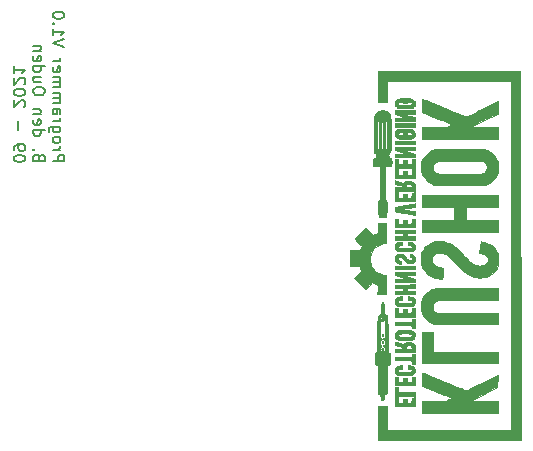
<source format=gbr>
%TF.GenerationSoftware,KiCad,Pcbnew,(5.1.9)-1*%
%TF.CreationDate,2021-09-09T22:45:53+02:00*%
%TF.ProjectId,programmer,70726f67-7261-46d6-9d65-722e6b696361,rev?*%
%TF.SameCoordinates,PX1c9c380PY4c4b400*%
%TF.FileFunction,Legend,Bot*%
%TF.FilePolarity,Positive*%
%FSLAX46Y46*%
G04 Gerber Fmt 4.6, Leading zero omitted, Abs format (unit mm)*
G04 Created by KiCad (PCBNEW (5.1.9)-1) date 2021-09-09 22:45:53*
%MOMM*%
%LPD*%
G01*
G04 APERTURE LIST*
%ADD10C,0.150000*%
%ADD11C,0.010000*%
%ADD12O,3.000000X1.700000*%
%ADD13R,3.000000X1.700000*%
%ADD14O,1.700000X1.700000*%
%ADD15R,1.700000X1.700000*%
%ADD16O,2.100000X1.000000*%
%ADD17C,0.650000*%
%ADD18O,1.600000X1.000000*%
%ADD19C,3.200000*%
%ADD20C,1.500000*%
G04 APERTURE END LIST*
D10*
X9697619Y32935596D02*
X10697619Y32935596D01*
X10697619Y33316548D01*
X10650000Y33411786D01*
X10602380Y33459405D01*
X10507142Y33507024D01*
X10364285Y33507024D01*
X10269047Y33459405D01*
X10221428Y33411786D01*
X10173809Y33316548D01*
X10173809Y32935596D01*
X9697619Y33935596D02*
X10364285Y33935596D01*
X10173809Y33935596D02*
X10269047Y33983215D01*
X10316666Y34030834D01*
X10364285Y34126072D01*
X10364285Y34221310D01*
X9697619Y34697500D02*
X9745238Y34602262D01*
X9792857Y34554643D01*
X9888095Y34507024D01*
X10173809Y34507024D01*
X10269047Y34554643D01*
X10316666Y34602262D01*
X10364285Y34697500D01*
X10364285Y34840358D01*
X10316666Y34935596D01*
X10269047Y34983215D01*
X10173809Y35030834D01*
X9888095Y35030834D01*
X9792857Y34983215D01*
X9745238Y34935596D01*
X9697619Y34840358D01*
X9697619Y34697500D01*
X10364285Y35887977D02*
X9554761Y35887977D01*
X9459523Y35840358D01*
X9411904Y35792739D01*
X9364285Y35697500D01*
X9364285Y35554643D01*
X9411904Y35459405D01*
X9745238Y35887977D02*
X9697619Y35792739D01*
X9697619Y35602262D01*
X9745238Y35507024D01*
X9792857Y35459405D01*
X9888095Y35411786D01*
X10173809Y35411786D01*
X10269047Y35459405D01*
X10316666Y35507024D01*
X10364285Y35602262D01*
X10364285Y35792739D01*
X10316666Y35887977D01*
X9697619Y36364167D02*
X10364285Y36364167D01*
X10173809Y36364167D02*
X10269047Y36411786D01*
X10316666Y36459405D01*
X10364285Y36554643D01*
X10364285Y36649881D01*
X9697619Y37411786D02*
X10221428Y37411786D01*
X10316666Y37364167D01*
X10364285Y37268929D01*
X10364285Y37078453D01*
X10316666Y36983215D01*
X9745238Y37411786D02*
X9697619Y37316548D01*
X9697619Y37078453D01*
X9745238Y36983215D01*
X9840476Y36935596D01*
X9935714Y36935596D01*
X10030952Y36983215D01*
X10078571Y37078453D01*
X10078571Y37316548D01*
X10126190Y37411786D01*
X9697619Y37887977D02*
X10364285Y37887977D01*
X10269047Y37887977D02*
X10316666Y37935596D01*
X10364285Y38030834D01*
X10364285Y38173691D01*
X10316666Y38268929D01*
X10221428Y38316548D01*
X9697619Y38316548D01*
X10221428Y38316548D02*
X10316666Y38364167D01*
X10364285Y38459405D01*
X10364285Y38602262D01*
X10316666Y38697500D01*
X10221428Y38745120D01*
X9697619Y38745120D01*
X9697619Y39221310D02*
X10364285Y39221310D01*
X10269047Y39221310D02*
X10316666Y39268929D01*
X10364285Y39364167D01*
X10364285Y39507024D01*
X10316666Y39602262D01*
X10221428Y39649881D01*
X9697619Y39649881D01*
X10221428Y39649881D02*
X10316666Y39697500D01*
X10364285Y39792739D01*
X10364285Y39935596D01*
X10316666Y40030834D01*
X10221428Y40078453D01*
X9697619Y40078453D01*
X9745238Y40935596D02*
X9697619Y40840358D01*
X9697619Y40649881D01*
X9745238Y40554643D01*
X9840476Y40507024D01*
X10221428Y40507024D01*
X10316666Y40554643D01*
X10364285Y40649881D01*
X10364285Y40840358D01*
X10316666Y40935596D01*
X10221428Y40983215D01*
X10126190Y40983215D01*
X10030952Y40507024D01*
X9697619Y41411786D02*
X10364285Y41411786D01*
X10173809Y41411786D02*
X10269047Y41459405D01*
X10316666Y41507024D01*
X10364285Y41602262D01*
X10364285Y41697500D01*
X10697619Y42649881D02*
X9697619Y42983215D01*
X10697619Y43316548D01*
X9697619Y44173691D02*
X9697619Y43602262D01*
X9697619Y43887977D02*
X10697619Y43887977D01*
X10554761Y43792739D01*
X10459523Y43697500D01*
X10411904Y43602262D01*
X9792857Y44602262D02*
X9745238Y44649881D01*
X9697619Y44602262D01*
X9745238Y44554643D01*
X9792857Y44602262D01*
X9697619Y44602262D01*
X10697619Y45268929D02*
X10697619Y45364167D01*
X10650000Y45459405D01*
X10602380Y45507024D01*
X10507142Y45554643D01*
X10316666Y45602262D01*
X10078571Y45602262D01*
X9888095Y45554643D01*
X9792857Y45507024D01*
X9745238Y45459405D01*
X9697619Y45364167D01*
X9697619Y45268929D01*
X9745238Y45173691D01*
X9792857Y45126072D01*
X9888095Y45078453D01*
X10078571Y45030834D01*
X10316666Y45030834D01*
X10507142Y45078453D01*
X10602380Y45126072D01*
X10650000Y45173691D01*
X10697619Y45268929D01*
X8571428Y33268929D02*
X8523809Y33411786D01*
X8476190Y33459405D01*
X8380952Y33507024D01*
X8238095Y33507024D01*
X8142857Y33459405D01*
X8095238Y33411786D01*
X8047619Y33316548D01*
X8047619Y32935596D01*
X9047619Y32935596D01*
X9047619Y33268929D01*
X9000000Y33364167D01*
X8952380Y33411786D01*
X8857142Y33459405D01*
X8761904Y33459405D01*
X8666666Y33411786D01*
X8619047Y33364167D01*
X8571428Y33268929D01*
X8571428Y32935596D01*
X8142857Y33935596D02*
X8095238Y33983215D01*
X8047619Y33935596D01*
X8095238Y33887977D01*
X8142857Y33935596D01*
X8047619Y33935596D01*
X8047619Y35602262D02*
X9047619Y35602262D01*
X8095238Y35602262D02*
X8047619Y35507024D01*
X8047619Y35316548D01*
X8095238Y35221310D01*
X8142857Y35173691D01*
X8238095Y35126072D01*
X8523809Y35126072D01*
X8619047Y35173691D01*
X8666666Y35221310D01*
X8714285Y35316548D01*
X8714285Y35507024D01*
X8666666Y35602262D01*
X8095238Y36459405D02*
X8047619Y36364167D01*
X8047619Y36173691D01*
X8095238Y36078453D01*
X8190476Y36030834D01*
X8571428Y36030834D01*
X8666666Y36078453D01*
X8714285Y36173691D01*
X8714285Y36364167D01*
X8666666Y36459405D01*
X8571428Y36507024D01*
X8476190Y36507024D01*
X8380952Y36030834D01*
X8714285Y36935596D02*
X8047619Y36935596D01*
X8619047Y36935596D02*
X8666666Y36983215D01*
X8714285Y37078453D01*
X8714285Y37221310D01*
X8666666Y37316548D01*
X8571428Y37364167D01*
X8047619Y37364167D01*
X9047619Y38792739D02*
X9047619Y38983215D01*
X9000000Y39078453D01*
X8904761Y39173691D01*
X8714285Y39221310D01*
X8380952Y39221310D01*
X8190476Y39173691D01*
X8095238Y39078453D01*
X8047619Y38983215D01*
X8047619Y38792739D01*
X8095238Y38697500D01*
X8190476Y38602262D01*
X8380952Y38554643D01*
X8714285Y38554643D01*
X8904761Y38602262D01*
X9000000Y38697500D01*
X9047619Y38792739D01*
X8714285Y40078453D02*
X8047619Y40078453D01*
X8714285Y39649881D02*
X8190476Y39649881D01*
X8095238Y39697500D01*
X8047619Y39792739D01*
X8047619Y39935596D01*
X8095238Y40030834D01*
X8142857Y40078453D01*
X8047619Y40983215D02*
X9047619Y40983215D01*
X8095238Y40983215D02*
X8047619Y40887977D01*
X8047619Y40697500D01*
X8095238Y40602262D01*
X8142857Y40554643D01*
X8238095Y40507024D01*
X8523809Y40507024D01*
X8619047Y40554643D01*
X8666666Y40602262D01*
X8714285Y40697500D01*
X8714285Y40887977D01*
X8666666Y40983215D01*
X8095238Y41840358D02*
X8047619Y41745120D01*
X8047619Y41554643D01*
X8095238Y41459405D01*
X8190476Y41411786D01*
X8571428Y41411786D01*
X8666666Y41459405D01*
X8714285Y41554643D01*
X8714285Y41745120D01*
X8666666Y41840358D01*
X8571428Y41887977D01*
X8476190Y41887977D01*
X8380952Y41411786D01*
X8714285Y42316548D02*
X8047619Y42316548D01*
X8619047Y42316548D02*
X8666666Y42364167D01*
X8714285Y42459405D01*
X8714285Y42602262D01*
X8666666Y42697500D01*
X8571428Y42745120D01*
X8047619Y42745120D01*
X7397619Y33126072D02*
X7397619Y33221310D01*
X7350000Y33316548D01*
X7302380Y33364167D01*
X7207142Y33411786D01*
X7016666Y33459405D01*
X6778571Y33459405D01*
X6588095Y33411786D01*
X6492857Y33364167D01*
X6445238Y33316548D01*
X6397619Y33221310D01*
X6397619Y33126072D01*
X6445238Y33030834D01*
X6492857Y32983215D01*
X6588095Y32935596D01*
X6778571Y32887977D01*
X7016666Y32887977D01*
X7207142Y32935596D01*
X7302380Y32983215D01*
X7350000Y33030834D01*
X7397619Y33126072D01*
X6397619Y33935596D02*
X6397619Y34126072D01*
X6445238Y34221310D01*
X6492857Y34268929D01*
X6635714Y34364167D01*
X6826190Y34411786D01*
X7207142Y34411786D01*
X7302380Y34364167D01*
X7350000Y34316548D01*
X7397619Y34221310D01*
X7397619Y34030834D01*
X7350000Y33935596D01*
X7302380Y33887977D01*
X7207142Y33840358D01*
X6969047Y33840358D01*
X6873809Y33887977D01*
X6826190Y33935596D01*
X6778571Y34030834D01*
X6778571Y34221310D01*
X6826190Y34316548D01*
X6873809Y34364167D01*
X6969047Y34411786D01*
X6778571Y35602262D02*
X6778571Y36364167D01*
X7302380Y37554643D02*
X7350000Y37602262D01*
X7397619Y37697500D01*
X7397619Y37935596D01*
X7350000Y38030834D01*
X7302380Y38078453D01*
X7207142Y38126072D01*
X7111904Y38126072D01*
X6969047Y38078453D01*
X6397619Y37507024D01*
X6397619Y38126072D01*
X7397619Y38745120D02*
X7397619Y38840358D01*
X7350000Y38935596D01*
X7302380Y38983215D01*
X7207142Y39030834D01*
X7016666Y39078453D01*
X6778571Y39078453D01*
X6588095Y39030834D01*
X6492857Y38983215D01*
X6445238Y38935596D01*
X6397619Y38840358D01*
X6397619Y38745120D01*
X6445238Y38649881D01*
X6492857Y38602262D01*
X6588095Y38554643D01*
X6778571Y38507024D01*
X7016666Y38507024D01*
X7207142Y38554643D01*
X7302380Y38602262D01*
X7350000Y38649881D01*
X7397619Y38745120D01*
X7302380Y39459405D02*
X7350000Y39507024D01*
X7397619Y39602262D01*
X7397619Y39840358D01*
X7350000Y39935596D01*
X7302380Y39983215D01*
X7207142Y40030834D01*
X7111904Y40030834D01*
X6969047Y39983215D01*
X6397619Y39411786D01*
X6397619Y40030834D01*
X6397619Y40983215D02*
X6397619Y40411786D01*
X6397619Y40697500D02*
X7397619Y40697500D01*
X7254761Y40602262D01*
X7159523Y40507024D01*
X7111904Y40411786D01*
D11*
%TO.C,REF\u002A\u002A*%
G36*
X37231000Y27726834D02*
G01*
X37231000Y26862283D01*
X37151625Y26837143D01*
X37087795Y26814434D01*
X37006597Y26782288D01*
X36949071Y26757868D01*
X36825893Y26703733D01*
X36520339Y27008741D01*
X36214785Y27313750D01*
X35744101Y26843066D01*
X35273417Y26372381D01*
X35576801Y26068455D01*
X35880185Y25764528D01*
X35828232Y25660889D01*
X35792563Y25584273D01*
X35761250Y25507958D01*
X35750581Y25477875D01*
X35724883Y25398500D01*
X34860333Y25398500D01*
X34860333Y24065000D01*
X35275065Y24065000D01*
X35418047Y24064717D01*
X35524283Y24063540D01*
X35599357Y24060977D01*
X35648853Y24056536D01*
X35678357Y24049724D01*
X35693453Y24040049D01*
X35699581Y24027585D01*
X35711838Y23991481D01*
X35735928Y23928028D01*
X35767364Y23848939D01*
X35778664Y23821210D01*
X35847963Y23652250D01*
X35253273Y23049810D01*
X35707678Y22589030D01*
X35821501Y22474107D01*
X35926266Y22369278D01*
X36018170Y22278275D01*
X36093408Y22204828D01*
X36148179Y22152669D01*
X36178678Y22125528D01*
X36183250Y22122507D01*
X36204125Y22135016D01*
X36249598Y22173262D01*
X36314693Y22232694D01*
X36394431Y22308763D01*
X36483835Y22396917D01*
X36488430Y22401520D01*
X36772444Y22686277D01*
X36869430Y22637520D01*
X36945300Y22602452D01*
X37036571Y22564465D01*
X37094081Y22542566D01*
X37221745Y22496369D01*
X37213280Y22084768D01*
X37204816Y21673167D01*
X37908333Y21673167D01*
X37908333Y23323360D01*
X37860708Y23333068D01*
X37812305Y23341050D01*
X37741876Y23350602D01*
X37700310Y23355585D01*
X37499920Y23398782D01*
X37304500Y23479574D01*
X37119911Y23593231D01*
X36952009Y23735023D01*
X36806653Y23900221D01*
X36689701Y24084096D01*
X36627857Y24221428D01*
X36564296Y24447429D01*
X36542027Y24674166D01*
X36560227Y24898079D01*
X36618074Y25115610D01*
X36714745Y25323199D01*
X36849417Y25517288D01*
X36953820Y25631444D01*
X37125948Y25777553D01*
X37313432Y25888943D01*
X37521746Y25968134D01*
X37756364Y26017643D01*
X37807791Y26024306D01*
X37908333Y26036094D01*
X37908333Y26783260D01*
X37908711Y26961593D01*
X37909785Y27130327D01*
X37911464Y27283817D01*
X37913660Y27416423D01*
X37916281Y27522502D01*
X37919240Y27596414D01*
X37921794Y27628629D01*
X37935254Y27726834D01*
X37231000Y27726834D01*
G37*
X37231000Y27726834D02*
X37231000Y26862283D01*
X37151625Y26837143D01*
X37087795Y26814434D01*
X37006597Y26782288D01*
X36949071Y26757868D01*
X36825893Y26703733D01*
X36520339Y27008741D01*
X36214785Y27313750D01*
X35744101Y26843066D01*
X35273417Y26372381D01*
X35576801Y26068455D01*
X35880185Y25764528D01*
X35828232Y25660889D01*
X35792563Y25584273D01*
X35761250Y25507958D01*
X35750581Y25477875D01*
X35724883Y25398500D01*
X34860333Y25398500D01*
X34860333Y24065000D01*
X35275065Y24065000D01*
X35418047Y24064717D01*
X35524283Y24063540D01*
X35599357Y24060977D01*
X35648853Y24056536D01*
X35678357Y24049724D01*
X35693453Y24040049D01*
X35699581Y24027585D01*
X35711838Y23991481D01*
X35735928Y23928028D01*
X35767364Y23848939D01*
X35778664Y23821210D01*
X35847963Y23652250D01*
X35253273Y23049810D01*
X35707678Y22589030D01*
X35821501Y22474107D01*
X35926266Y22369278D01*
X36018170Y22278275D01*
X36093408Y22204828D01*
X36148179Y22152669D01*
X36178678Y22125528D01*
X36183250Y22122507D01*
X36204125Y22135016D01*
X36249598Y22173262D01*
X36314693Y22232694D01*
X36394431Y22308763D01*
X36483835Y22396917D01*
X36488430Y22401520D01*
X36772444Y22686277D01*
X36869430Y22637520D01*
X36945300Y22602452D01*
X37036571Y22564465D01*
X37094081Y22542566D01*
X37221745Y22496369D01*
X37213280Y22084768D01*
X37204816Y21673167D01*
X37908333Y21673167D01*
X37908333Y23323360D01*
X37860708Y23333068D01*
X37812305Y23341050D01*
X37741876Y23350602D01*
X37700310Y23355585D01*
X37499920Y23398782D01*
X37304500Y23479574D01*
X37119911Y23593231D01*
X36952009Y23735023D01*
X36806653Y23900221D01*
X36689701Y24084096D01*
X36627857Y24221428D01*
X36564296Y24447429D01*
X36542027Y24674166D01*
X36560227Y24898079D01*
X36618074Y25115610D01*
X36714745Y25323199D01*
X36849417Y25517288D01*
X36953820Y25631444D01*
X37125948Y25777553D01*
X37313432Y25888943D01*
X37521746Y25968134D01*
X37756364Y26017643D01*
X37807791Y26024306D01*
X37908333Y26036094D01*
X37908333Y26783260D01*
X37908711Y26961593D01*
X37909785Y27130327D01*
X37911464Y27283817D01*
X37913660Y27416423D01*
X37916281Y27522502D01*
X37919240Y27596414D01*
X37921794Y27628629D01*
X37935254Y27726834D01*
X37231000Y27726834D01*
G36*
X38395166Y32884115D02*
G01*
X38393451Y33014929D01*
X38387260Y33109064D01*
X38375030Y33172070D01*
X38355196Y33209501D01*
X38326194Y33226910D01*
X38297660Y33230167D01*
X38239015Y33248666D01*
X38183211Y33296199D01*
X38143708Y33360821D01*
X38140570Y33369557D01*
X38126501Y33467090D01*
X38153020Y33553741D01*
X38220678Y33631282D01*
X38222182Y33632527D01*
X38299916Y33696598D01*
X38313834Y34040174D01*
X38317785Y34163480D01*
X38321096Y34318555D01*
X38323767Y34499585D01*
X38325802Y34700761D01*
X38327203Y34916270D01*
X38327973Y35140300D01*
X38328114Y35367039D01*
X38327628Y35590676D01*
X38326517Y35805399D01*
X38324785Y36005396D01*
X38322434Y36184855D01*
X38319465Y36337965D01*
X38315882Y36458914D01*
X38312795Y36524988D01*
X38305422Y36639904D01*
X38297931Y36722122D01*
X38288191Y36781230D01*
X38274070Y36826816D01*
X38253437Y36868466D01*
X38226833Y36911609D01*
X38112426Y37056923D01*
X37980249Y37165570D01*
X37832663Y37236250D01*
X37672030Y37267661D01*
X37580250Y37267809D01*
X37415151Y37237182D01*
X37265782Y37167465D01*
X37132866Y37059156D01*
X37017130Y36912752D01*
X36985311Y36860506D01*
X36964170Y36822208D01*
X36948347Y36786751D01*
X36936788Y36746995D01*
X36928440Y36695797D01*
X36922248Y36626016D01*
X36917157Y36530512D01*
X36912115Y36402142D01*
X36910323Y36352506D01*
X36905868Y36200557D01*
X36902133Y36017753D01*
X36899128Y35810826D01*
X36896866Y35586507D01*
X36895358Y35351528D01*
X36894615Y35112619D01*
X36894649Y34876513D01*
X36895472Y34649939D01*
X36897094Y34439630D01*
X36899527Y34252316D01*
X36902783Y34094728D01*
X36906301Y33986875D01*
X36911870Y33861053D01*
X36917126Y33771461D01*
X36923048Y33712017D01*
X36930620Y33676637D01*
X36940824Y33659239D01*
X36954640Y33653740D01*
X36960109Y33653500D01*
X37001812Y33639241D01*
X37048912Y33604609D01*
X37052045Y33601546D01*
X37095858Y33530214D01*
X37107616Y33445079D01*
X37087747Y33359488D01*
X37042128Y33292039D01*
X36993603Y33252659D01*
X36949588Y33231385D01*
X36940528Y33230167D01*
X36906968Y33226125D01*
X36882793Y33210125D01*
X36866508Y33176351D01*
X36856618Y33118991D01*
X36851627Y33032231D01*
X36850041Y32910257D01*
X36850000Y32878195D01*
X36850818Y32753940D01*
X36853718Y32665267D01*
X36859370Y32605453D01*
X36868442Y32567770D01*
X36881603Y32545493D01*
X36883262Y32543762D01*
X36907595Y32528497D01*
X36949187Y32518496D01*
X37015533Y32512846D01*
X37114127Y32510632D01*
X37156039Y32510500D01*
X37262800Y32510500D01*
X37262800Y33941285D01*
X37231430Y33951657D01*
X37226664Y33955295D01*
X37192622Y33993260D01*
X37181910Y34013334D01*
X37179769Y34040022D01*
X37177900Y34105016D01*
X37176328Y34204288D01*
X37175082Y34333811D01*
X37174188Y34489559D01*
X37173672Y34667503D01*
X37173562Y34863616D01*
X37173884Y35073872D01*
X37174184Y35173924D01*
X37175088Y35421385D01*
X37176038Y35629946D01*
X37177166Y35803040D01*
X37178604Y35944100D01*
X37180486Y36056559D01*
X37182944Y36143850D01*
X37186110Y36209407D01*
X37190117Y36256663D01*
X37195097Y36289050D01*
X37201184Y36310002D01*
X37208510Y36322952D01*
X37217207Y36331333D01*
X37218938Y36332629D01*
X37254805Y36351169D01*
X37285840Y36338344D01*
X37298313Y36327633D01*
X37306708Y36318135D01*
X37313789Y36303817D01*
X37319668Y36281268D01*
X37324457Y36247077D01*
X37328266Y36197833D01*
X37331206Y36130125D01*
X37333389Y36040542D01*
X37334925Y35925673D01*
X37335927Y35782107D01*
X37336505Y35606432D01*
X37336770Y35395238D01*
X37336833Y35145750D01*
X37336769Y34895722D01*
X37336504Y34684615D01*
X37335925Y34509020D01*
X37334922Y34365525D01*
X37333384Y34250719D01*
X37331200Y34161192D01*
X37328258Y34093531D01*
X37324447Y34044326D01*
X37319656Y34010167D01*
X37313774Y33987641D01*
X37306689Y33973339D01*
X37298313Y33963868D01*
X37262800Y33941285D01*
X37262800Y32510500D01*
X37395553Y32510500D01*
X37411449Y31965459D01*
X37414857Y31814268D01*
X37417385Y31629948D01*
X37419004Y31421694D01*
X37419681Y31198702D01*
X37419385Y30970165D01*
X37418085Y30745281D01*
X37416206Y30566795D01*
X37405067Y29713174D01*
X37352200Y29656629D01*
X37271299Y29541833D01*
X37225524Y29406378D01*
X37215845Y29337360D01*
X37214792Y29280655D01*
X37218070Y29193527D01*
X37224941Y29083566D01*
X37234667Y28958358D01*
X37246509Y28825490D01*
X37259731Y28692551D01*
X37273593Y28567128D01*
X37287358Y28456809D01*
X37300288Y28369181D01*
X37311644Y28311832D01*
X37317192Y28295482D01*
X37329609Y28279387D01*
X37351353Y28268337D01*
X37389556Y28261405D01*
X37451350Y28257664D01*
X37543866Y28256187D01*
X37620760Y28256000D01*
X37622633Y28256000D01*
X37622633Y33941285D01*
X37591264Y33951657D01*
X37586498Y33955295D01*
X37552611Y33993230D01*
X37542022Y34013334D01*
X37538617Y34043931D01*
X37535739Y34111904D01*
X37533374Y34212350D01*
X37531510Y34340368D01*
X37530134Y34491056D01*
X37529233Y34659513D01*
X37528794Y34840836D01*
X37528805Y35030125D01*
X37529252Y35222477D01*
X37530124Y35412991D01*
X37531406Y35596765D01*
X37533087Y35768898D01*
X37535153Y35924487D01*
X37537591Y36058632D01*
X37540389Y36166430D01*
X37543534Y36242981D01*
X37547013Y36283381D01*
X37547976Y36287372D01*
X37581891Y36331105D01*
X37629096Y36339938D01*
X37671267Y36316267D01*
X37677164Y36299532D01*
X37682167Y36260397D01*
X37686329Y36196377D01*
X37689705Y36104986D01*
X37692347Y35983739D01*
X37694311Y35830151D01*
X37695649Y35641737D01*
X37696417Y35416012D01*
X37696666Y35150491D01*
X37696666Y35144797D01*
X37696603Y34894880D01*
X37696337Y34683884D01*
X37695757Y34508396D01*
X37694753Y34365003D01*
X37693214Y34250294D01*
X37691026Y34160855D01*
X37688081Y34093275D01*
X37684265Y34044140D01*
X37679468Y34010038D01*
X37673579Y33987556D01*
X37666485Y33973283D01*
X37658146Y33963868D01*
X37622633Y33941285D01*
X37622633Y28256000D01*
X37903197Y28256000D01*
X37925152Y28314209D01*
X37937089Y28363107D01*
X37950286Y28445773D01*
X37964069Y28554287D01*
X37977761Y28680732D01*
X37990687Y28817191D01*
X38002169Y28955746D01*
X38011533Y29088479D01*
X38018102Y29207473D01*
X38021200Y29304811D01*
X38020150Y29372574D01*
X38017432Y29394953D01*
X37991481Y29474887D01*
X37951793Y29558268D01*
X37905802Y29632194D01*
X37860939Y29683769D01*
X37844169Y29695689D01*
X37832278Y29703712D01*
X37822892Y29716695D01*
X37815715Y29739273D01*
X37810453Y29776078D01*
X37806808Y29831745D01*
X37804486Y29910906D01*
X37803192Y30018195D01*
X37802628Y30158245D01*
X37802500Y30335690D01*
X37802500Y30348783D01*
X37802955Y30532798D01*
X37804241Y30747496D01*
X37806243Y30981241D01*
X37808843Y31222395D01*
X37811924Y31459319D01*
X37815370Y31680376D01*
X37816515Y31745039D01*
X37830530Y32510500D01*
X37936302Y32510500D01*
X37936302Y33921865D01*
X37890568Y33967599D01*
X37880532Y33978201D01*
X37872084Y33990585D01*
X37865087Y34008243D01*
X37859403Y34034667D01*
X37854897Y34073350D01*
X37851431Y34127782D01*
X37848869Y34201456D01*
X37847074Y34297864D01*
X37845911Y34420497D01*
X37845241Y34572847D01*
X37844929Y34758406D01*
X37844839Y34980667D01*
X37844833Y35136558D01*
X37845258Y35419075D01*
X37846522Y35663795D01*
X37848612Y35869999D01*
X37851515Y36036971D01*
X37855217Y36163992D01*
X37859704Y36250344D01*
X37864964Y36295310D01*
X37866745Y36300725D01*
X37905403Y36335689D01*
X37955501Y36336950D01*
X37988767Y36316267D01*
X37994688Y36299488D01*
X37999708Y36260272D01*
X38003880Y36196124D01*
X38007259Y36104551D01*
X38009899Y35983059D01*
X38011856Y35829155D01*
X38013183Y35640345D01*
X38013935Y35414136D01*
X38014166Y35154445D01*
X38014101Y34905547D01*
X38013828Y34695511D01*
X38013233Y34520868D01*
X38012203Y34378148D01*
X38010624Y34263880D01*
X38008381Y34174594D01*
X38005360Y34106819D01*
X38001447Y34057086D01*
X37996529Y34021925D01*
X37990491Y33997864D01*
X37983218Y33981434D01*
X37975234Y33969944D01*
X37936302Y33921865D01*
X37936302Y32510500D01*
X38079898Y32510500D01*
X38192856Y32510979D01*
X38275001Y32516288D01*
X38331238Y32532239D01*
X38366471Y32564642D01*
X38385602Y32619310D01*
X38393536Y32702053D01*
X38395176Y32818682D01*
X38395166Y32884115D01*
G37*
X38395166Y32884115D02*
X38393451Y33014929D01*
X38387260Y33109064D01*
X38375030Y33172070D01*
X38355196Y33209501D01*
X38326194Y33226910D01*
X38297660Y33230167D01*
X38239015Y33248666D01*
X38183211Y33296199D01*
X38143708Y33360821D01*
X38140570Y33369557D01*
X38126501Y33467090D01*
X38153020Y33553741D01*
X38220678Y33631282D01*
X38222182Y33632527D01*
X38299916Y33696598D01*
X38313834Y34040174D01*
X38317785Y34163480D01*
X38321096Y34318555D01*
X38323767Y34499585D01*
X38325802Y34700761D01*
X38327203Y34916270D01*
X38327973Y35140300D01*
X38328114Y35367039D01*
X38327628Y35590676D01*
X38326517Y35805399D01*
X38324785Y36005396D01*
X38322434Y36184855D01*
X38319465Y36337965D01*
X38315882Y36458914D01*
X38312795Y36524988D01*
X38305422Y36639904D01*
X38297931Y36722122D01*
X38288191Y36781230D01*
X38274070Y36826816D01*
X38253437Y36868466D01*
X38226833Y36911609D01*
X38112426Y37056923D01*
X37980249Y37165570D01*
X37832663Y37236250D01*
X37672030Y37267661D01*
X37580250Y37267809D01*
X37415151Y37237182D01*
X37265782Y37167465D01*
X37132866Y37059156D01*
X37017130Y36912752D01*
X36985311Y36860506D01*
X36964170Y36822208D01*
X36948347Y36786751D01*
X36936788Y36746995D01*
X36928440Y36695797D01*
X36922248Y36626016D01*
X36917157Y36530512D01*
X36912115Y36402142D01*
X36910323Y36352506D01*
X36905868Y36200557D01*
X36902133Y36017753D01*
X36899128Y35810826D01*
X36896866Y35586507D01*
X36895358Y35351528D01*
X36894615Y35112619D01*
X36894649Y34876513D01*
X36895472Y34649939D01*
X36897094Y34439630D01*
X36899527Y34252316D01*
X36902783Y34094728D01*
X36906301Y33986875D01*
X36911870Y33861053D01*
X36917126Y33771461D01*
X36923048Y33712017D01*
X36930620Y33676637D01*
X36940824Y33659239D01*
X36954640Y33653740D01*
X36960109Y33653500D01*
X37001812Y33639241D01*
X37048912Y33604609D01*
X37052045Y33601546D01*
X37095858Y33530214D01*
X37107616Y33445079D01*
X37087747Y33359488D01*
X37042128Y33292039D01*
X36993603Y33252659D01*
X36949588Y33231385D01*
X36940528Y33230167D01*
X36906968Y33226125D01*
X36882793Y33210125D01*
X36866508Y33176351D01*
X36856618Y33118991D01*
X36851627Y33032231D01*
X36850041Y32910257D01*
X36850000Y32878195D01*
X36850818Y32753940D01*
X36853718Y32665267D01*
X36859370Y32605453D01*
X36868442Y32567770D01*
X36881603Y32545493D01*
X36883262Y32543762D01*
X36907595Y32528497D01*
X36949187Y32518496D01*
X37015533Y32512846D01*
X37114127Y32510632D01*
X37156039Y32510500D01*
X37262800Y32510500D01*
X37262800Y33941285D01*
X37231430Y33951657D01*
X37226664Y33955295D01*
X37192622Y33993260D01*
X37181910Y34013334D01*
X37179769Y34040022D01*
X37177900Y34105016D01*
X37176328Y34204288D01*
X37175082Y34333811D01*
X37174188Y34489559D01*
X37173672Y34667503D01*
X37173562Y34863616D01*
X37173884Y35073872D01*
X37174184Y35173924D01*
X37175088Y35421385D01*
X37176038Y35629946D01*
X37177166Y35803040D01*
X37178604Y35944100D01*
X37180486Y36056559D01*
X37182944Y36143850D01*
X37186110Y36209407D01*
X37190117Y36256663D01*
X37195097Y36289050D01*
X37201184Y36310002D01*
X37208510Y36322952D01*
X37217207Y36331333D01*
X37218938Y36332629D01*
X37254805Y36351169D01*
X37285840Y36338344D01*
X37298313Y36327633D01*
X37306708Y36318135D01*
X37313789Y36303817D01*
X37319668Y36281268D01*
X37324457Y36247077D01*
X37328266Y36197833D01*
X37331206Y36130125D01*
X37333389Y36040542D01*
X37334925Y35925673D01*
X37335927Y35782107D01*
X37336505Y35606432D01*
X37336770Y35395238D01*
X37336833Y35145750D01*
X37336769Y34895722D01*
X37336504Y34684615D01*
X37335925Y34509020D01*
X37334922Y34365525D01*
X37333384Y34250719D01*
X37331200Y34161192D01*
X37328258Y34093531D01*
X37324447Y34044326D01*
X37319656Y34010167D01*
X37313774Y33987641D01*
X37306689Y33973339D01*
X37298313Y33963868D01*
X37262800Y33941285D01*
X37262800Y32510500D01*
X37395553Y32510500D01*
X37411449Y31965459D01*
X37414857Y31814268D01*
X37417385Y31629948D01*
X37419004Y31421694D01*
X37419681Y31198702D01*
X37419385Y30970165D01*
X37418085Y30745281D01*
X37416206Y30566795D01*
X37405067Y29713174D01*
X37352200Y29656629D01*
X37271299Y29541833D01*
X37225524Y29406378D01*
X37215845Y29337360D01*
X37214792Y29280655D01*
X37218070Y29193527D01*
X37224941Y29083566D01*
X37234667Y28958358D01*
X37246509Y28825490D01*
X37259731Y28692551D01*
X37273593Y28567128D01*
X37287358Y28456809D01*
X37300288Y28369181D01*
X37311644Y28311832D01*
X37317192Y28295482D01*
X37329609Y28279387D01*
X37351353Y28268337D01*
X37389556Y28261405D01*
X37451350Y28257664D01*
X37543866Y28256187D01*
X37620760Y28256000D01*
X37622633Y28256000D01*
X37622633Y33941285D01*
X37591264Y33951657D01*
X37586498Y33955295D01*
X37552611Y33993230D01*
X37542022Y34013334D01*
X37538617Y34043931D01*
X37535739Y34111904D01*
X37533374Y34212350D01*
X37531510Y34340368D01*
X37530134Y34491056D01*
X37529233Y34659513D01*
X37528794Y34840836D01*
X37528805Y35030125D01*
X37529252Y35222477D01*
X37530124Y35412991D01*
X37531406Y35596765D01*
X37533087Y35768898D01*
X37535153Y35924487D01*
X37537591Y36058632D01*
X37540389Y36166430D01*
X37543534Y36242981D01*
X37547013Y36283381D01*
X37547976Y36287372D01*
X37581891Y36331105D01*
X37629096Y36339938D01*
X37671267Y36316267D01*
X37677164Y36299532D01*
X37682167Y36260397D01*
X37686329Y36196377D01*
X37689705Y36104986D01*
X37692347Y35983739D01*
X37694311Y35830151D01*
X37695649Y35641737D01*
X37696417Y35416012D01*
X37696666Y35150491D01*
X37696666Y35144797D01*
X37696603Y34894880D01*
X37696337Y34683884D01*
X37695757Y34508396D01*
X37694753Y34365003D01*
X37693214Y34250294D01*
X37691026Y34160855D01*
X37688081Y34093275D01*
X37684265Y34044140D01*
X37679468Y34010038D01*
X37673579Y33987556D01*
X37666485Y33973283D01*
X37658146Y33963868D01*
X37622633Y33941285D01*
X37622633Y28256000D01*
X37903197Y28256000D01*
X37925152Y28314209D01*
X37937089Y28363107D01*
X37950286Y28445773D01*
X37964069Y28554287D01*
X37977761Y28680732D01*
X37990687Y28817191D01*
X38002169Y28955746D01*
X38011533Y29088479D01*
X38018102Y29207473D01*
X38021200Y29304811D01*
X38020150Y29372574D01*
X38017432Y29394953D01*
X37991481Y29474887D01*
X37951793Y29558268D01*
X37905802Y29632194D01*
X37860939Y29683769D01*
X37844169Y29695689D01*
X37832278Y29703712D01*
X37822892Y29716695D01*
X37815715Y29739273D01*
X37810453Y29776078D01*
X37806808Y29831745D01*
X37804486Y29910906D01*
X37803192Y30018195D01*
X37802628Y30158245D01*
X37802500Y30335690D01*
X37802500Y30348783D01*
X37802955Y30532798D01*
X37804241Y30747496D01*
X37806243Y30981241D01*
X37808843Y31222395D01*
X37811924Y31459319D01*
X37815370Y31680376D01*
X37816515Y31745039D01*
X37830530Y32510500D01*
X37936302Y32510500D01*
X37936302Y33921865D01*
X37890568Y33967599D01*
X37880532Y33978201D01*
X37872084Y33990585D01*
X37865087Y34008243D01*
X37859403Y34034667D01*
X37854897Y34073350D01*
X37851431Y34127782D01*
X37848869Y34201456D01*
X37847074Y34297864D01*
X37845911Y34420497D01*
X37845241Y34572847D01*
X37844929Y34758406D01*
X37844839Y34980667D01*
X37844833Y35136558D01*
X37845258Y35419075D01*
X37846522Y35663795D01*
X37848612Y35869999D01*
X37851515Y36036971D01*
X37855217Y36163992D01*
X37859704Y36250344D01*
X37864964Y36295310D01*
X37866745Y36300725D01*
X37905403Y36335689D01*
X37955501Y36336950D01*
X37988767Y36316267D01*
X37994688Y36299488D01*
X37999708Y36260272D01*
X38003880Y36196124D01*
X38007259Y36104551D01*
X38009899Y35983059D01*
X38011856Y35829155D01*
X38013183Y35640345D01*
X38013935Y35414136D01*
X38014166Y35154445D01*
X38014101Y34905547D01*
X38013828Y34695511D01*
X38013233Y34520868D01*
X38012203Y34378148D01*
X38010624Y34263880D01*
X38008381Y34174594D01*
X38005360Y34106819D01*
X38001447Y34057086D01*
X37996529Y34021925D01*
X37990491Y33997864D01*
X37983218Y33981434D01*
X37975234Y33969944D01*
X37936302Y33921865D01*
X37936302Y32510500D01*
X38079898Y32510500D01*
X38192856Y32510979D01*
X38275001Y32516288D01*
X38331238Y32532239D01*
X38366471Y32564642D01*
X38385602Y32619310D01*
X38393536Y32702053D01*
X38395176Y32818682D01*
X38395166Y32884115D01*
G36*
X38162733Y16730617D02*
G01*
X38056500Y16765902D01*
X38056500Y18278669D01*
X38056407Y18572848D01*
X38056091Y18827602D01*
X38055491Y19045838D01*
X38054548Y19230464D01*
X38053203Y19384388D01*
X38051397Y19510517D01*
X38049071Y19611759D01*
X38046164Y19691021D01*
X38042618Y19751211D01*
X38038374Y19795237D01*
X38033372Y19826007D01*
X38027553Y19846428D01*
X38024392Y19853526D01*
X37973492Y19915460D01*
X37901312Y19961414D01*
X37826130Y19979826D01*
X37824718Y19979834D01*
X37807200Y19981915D01*
X37795166Y19992607D01*
X37787588Y20018584D01*
X37783441Y20066519D01*
X37781698Y20143086D01*
X37781334Y20254958D01*
X37781333Y20261998D01*
X37778338Y20382245D01*
X37770063Y20511221D01*
X37757577Y20641013D01*
X37741946Y20763708D01*
X37724239Y20871395D01*
X37705522Y20956161D01*
X37686864Y21010094D01*
X37678778Y21022189D01*
X37639710Y21041968D01*
X37604022Y21021295D01*
X37572193Y20961952D01*
X37544701Y20865722D01*
X37522026Y20734385D01*
X37504645Y20569725D01*
X37493037Y20373522D01*
X37491223Y20323792D01*
X37486755Y20195837D01*
X37482385Y20104190D01*
X37477202Y20042836D01*
X37470294Y20005762D01*
X37460751Y19986953D01*
X37447663Y19980397D01*
X37439130Y19979834D01*
X37368962Y19963048D01*
X37297262Y19920072D01*
X37243256Y19863000D01*
X37236250Y19849639D01*
X37230133Y19830418D01*
X37224812Y19802376D01*
X37220197Y19762552D01*
X37216194Y19707987D01*
X37212714Y19635718D01*
X37209663Y19542787D01*
X37206949Y19426233D01*
X37204483Y19283095D01*
X37202170Y19110412D01*
X37199921Y18905225D01*
X37197643Y18664572D01*
X37195244Y18385494D01*
X37194436Y18287679D01*
X37181979Y16767856D01*
X36987583Y16707512D01*
X36981889Y16238549D01*
X36980264Y16085225D01*
X36979836Y15968862D01*
X36980955Y15884095D01*
X36983968Y15825560D01*
X36989226Y15787894D01*
X36997076Y15765731D01*
X37007867Y15753707D01*
X37013639Y15750246D01*
X37058346Y15731026D01*
X37119764Y15708822D01*
X37130458Y15705311D01*
X37209833Y15679717D01*
X37209833Y13340879D01*
X37217825Y13333371D01*
X37217825Y16042834D01*
X37159296Y16045768D01*
X37132031Y16057878D01*
X37125171Y16084125D01*
X37125166Y16085167D01*
X37130940Y16110896D01*
X37155279Y16123518D01*
X37208711Y16127389D01*
X37217825Y16127442D01*
X37217825Y16339167D01*
X37159296Y16342101D01*
X37132031Y16354211D01*
X37125171Y16380458D01*
X37125166Y16381500D01*
X37130940Y16407229D01*
X37155279Y16419852D01*
X37208711Y16423723D01*
X37227472Y16423834D01*
X37290130Y16421170D01*
X37333708Y16414402D01*
X37343705Y16409906D01*
X37348900Y16384342D01*
X37321145Y16360622D01*
X37269693Y16343945D01*
X37217825Y16339167D01*
X37217825Y16127442D01*
X37227472Y16127500D01*
X37290130Y16124836D01*
X37333708Y16118068D01*
X37343705Y16113573D01*
X37348900Y16088009D01*
X37321145Y16064289D01*
X37269693Y16047611D01*
X37217825Y16042834D01*
X37217825Y13333371D01*
X37258822Y13294856D01*
X37281188Y13276546D01*
X37307719Y13263847D01*
X37346082Y13255744D01*
X37403944Y13251219D01*
X37488973Y13249254D01*
X37605727Y13248834D01*
X37726600Y13249455D01*
X37812795Y13251912D01*
X37823666Y13252864D01*
X37823666Y16856327D01*
X37622588Y16857039D01*
X37421510Y16857750D01*
X37421505Y17062144D01*
X37422145Y17156313D01*
X37425036Y17215470D01*
X37431629Y17246929D01*
X37443373Y17258004D01*
X37460020Y17256464D01*
X37505088Y17262899D01*
X37536795Y17299666D01*
X37545369Y17354917D01*
X37544833Y17359293D01*
X37525091Y17399382D01*
X37479708Y17414781D01*
X37421500Y17421479D01*
X37421500Y17857296D01*
X37472543Y17847539D01*
X37521318Y17852456D01*
X37547371Y17882224D01*
X37558646Y17938883D01*
X37536330Y17985938D01*
X37487888Y18010311D01*
X37473672Y18011334D01*
X37421500Y18011334D01*
X37421500Y18865992D01*
X37421796Y19090591D01*
X37422747Y19275993D01*
X37424449Y19425332D01*
X37426995Y19541741D01*
X37430480Y19628351D01*
X37435000Y19688298D01*
X37440649Y19724713D01*
X37447521Y19740729D01*
X37447958Y19741098D01*
X37481728Y19749657D01*
X37547596Y19752813D01*
X37635628Y19750186D01*
X37654333Y19748981D01*
X37834250Y19736417D01*
X37833288Y19646459D01*
X37832952Y19604933D01*
X37832421Y19526469D01*
X37831727Y19416460D01*
X37830903Y19280299D01*
X37829982Y19123379D01*
X37828996Y18951095D01*
X37827996Y18772084D01*
X37826142Y18539034D01*
X37823383Y18347596D01*
X37819725Y18197908D01*
X37815173Y18090108D01*
X37809730Y18024334D01*
X37803402Y18000725D01*
X37802310Y18000867D01*
X37766522Y18005808D01*
X37737604Y18000307D01*
X37706937Y17979836D01*
X37699502Y17937446D01*
X37700752Y17919566D01*
X37712214Y17870900D01*
X37741805Y17850069D01*
X37765458Y17845886D01*
X37823666Y17839188D01*
X37823666Y17421479D01*
X37765458Y17414781D01*
X37723088Y17402149D01*
X37704661Y17368303D01*
X37700752Y17341101D01*
X37702746Y17290015D01*
X37726200Y17264728D01*
X37737604Y17260360D01*
X37782022Y17254725D01*
X37802310Y17259800D01*
X37813052Y17246737D01*
X37820172Y17193395D01*
X37823458Y17101692D01*
X37823666Y17064663D01*
X37823666Y16856327D01*
X37823666Y13252864D01*
X37871956Y13257093D01*
X37911728Y13265887D01*
X37939755Y13279184D01*
X37953613Y13289287D01*
X38003583Y13329740D01*
X38007111Y13719876D01*
X38007111Y16042834D01*
X37947592Y16045933D01*
X37907490Y16053712D01*
X37900837Y16057386D01*
X37890260Y16086043D01*
X37918197Y16108312D01*
X37981015Y16121776D01*
X37999946Y16123368D01*
X38007111Y16123581D01*
X38007111Y16339167D01*
X37947592Y16342266D01*
X37907490Y16350045D01*
X37900837Y16353719D01*
X37890260Y16382376D01*
X37918197Y16404646D01*
X37981015Y16418109D01*
X37999946Y16419702D01*
X38060320Y16421503D01*
X38089553Y16413818D01*
X38098489Y16392586D01*
X38098833Y16382660D01*
X38092697Y16355145D01*
X38066947Y16342390D01*
X38010573Y16339171D01*
X38007111Y16339167D01*
X38007111Y16123581D01*
X38060320Y16125170D01*
X38089553Y16117485D01*
X38098489Y16096253D01*
X38098833Y16086327D01*
X38092697Y16058812D01*
X38066947Y16046056D01*
X38010573Y16042838D01*
X38007111Y16042834D01*
X38007111Y13719876D01*
X38014166Y14500039D01*
X38024750Y15670338D01*
X38141166Y15714744D01*
X38257583Y15759150D01*
X38268967Y16695332D01*
X38162733Y16730617D01*
G37*
X38162733Y16730617D02*
X38056500Y16765902D01*
X38056500Y18278669D01*
X38056407Y18572848D01*
X38056091Y18827602D01*
X38055491Y19045838D01*
X38054548Y19230464D01*
X38053203Y19384388D01*
X38051397Y19510517D01*
X38049071Y19611759D01*
X38046164Y19691021D01*
X38042618Y19751211D01*
X38038374Y19795237D01*
X38033372Y19826007D01*
X38027553Y19846428D01*
X38024392Y19853526D01*
X37973492Y19915460D01*
X37901312Y19961414D01*
X37826130Y19979826D01*
X37824718Y19979834D01*
X37807200Y19981915D01*
X37795166Y19992607D01*
X37787588Y20018584D01*
X37783441Y20066519D01*
X37781698Y20143086D01*
X37781334Y20254958D01*
X37781333Y20261998D01*
X37778338Y20382245D01*
X37770063Y20511221D01*
X37757577Y20641013D01*
X37741946Y20763708D01*
X37724239Y20871395D01*
X37705522Y20956161D01*
X37686864Y21010094D01*
X37678778Y21022189D01*
X37639710Y21041968D01*
X37604022Y21021295D01*
X37572193Y20961952D01*
X37544701Y20865722D01*
X37522026Y20734385D01*
X37504645Y20569725D01*
X37493037Y20373522D01*
X37491223Y20323792D01*
X37486755Y20195837D01*
X37482385Y20104190D01*
X37477202Y20042836D01*
X37470294Y20005762D01*
X37460751Y19986953D01*
X37447663Y19980397D01*
X37439130Y19979834D01*
X37368962Y19963048D01*
X37297262Y19920072D01*
X37243256Y19863000D01*
X37236250Y19849639D01*
X37230133Y19830418D01*
X37224812Y19802376D01*
X37220197Y19762552D01*
X37216194Y19707987D01*
X37212714Y19635718D01*
X37209663Y19542787D01*
X37206949Y19426233D01*
X37204483Y19283095D01*
X37202170Y19110412D01*
X37199921Y18905225D01*
X37197643Y18664572D01*
X37195244Y18385494D01*
X37194436Y18287679D01*
X37181979Y16767856D01*
X36987583Y16707512D01*
X36981889Y16238549D01*
X36980264Y16085225D01*
X36979836Y15968862D01*
X36980955Y15884095D01*
X36983968Y15825560D01*
X36989226Y15787894D01*
X36997076Y15765731D01*
X37007867Y15753707D01*
X37013639Y15750246D01*
X37058346Y15731026D01*
X37119764Y15708822D01*
X37130458Y15705311D01*
X37209833Y15679717D01*
X37209833Y13340879D01*
X37217825Y13333371D01*
X37217825Y16042834D01*
X37159296Y16045768D01*
X37132031Y16057878D01*
X37125171Y16084125D01*
X37125166Y16085167D01*
X37130940Y16110896D01*
X37155279Y16123518D01*
X37208711Y16127389D01*
X37217825Y16127442D01*
X37217825Y16339167D01*
X37159296Y16342101D01*
X37132031Y16354211D01*
X37125171Y16380458D01*
X37125166Y16381500D01*
X37130940Y16407229D01*
X37155279Y16419852D01*
X37208711Y16423723D01*
X37227472Y16423834D01*
X37290130Y16421170D01*
X37333708Y16414402D01*
X37343705Y16409906D01*
X37348900Y16384342D01*
X37321145Y16360622D01*
X37269693Y16343945D01*
X37217825Y16339167D01*
X37217825Y16127442D01*
X37227472Y16127500D01*
X37290130Y16124836D01*
X37333708Y16118068D01*
X37343705Y16113573D01*
X37348900Y16088009D01*
X37321145Y16064289D01*
X37269693Y16047611D01*
X37217825Y16042834D01*
X37217825Y13333371D01*
X37258822Y13294856D01*
X37281188Y13276546D01*
X37307719Y13263847D01*
X37346082Y13255744D01*
X37403944Y13251219D01*
X37488973Y13249254D01*
X37605727Y13248834D01*
X37726600Y13249455D01*
X37812795Y13251912D01*
X37823666Y13252864D01*
X37823666Y16856327D01*
X37622588Y16857039D01*
X37421510Y16857750D01*
X37421505Y17062144D01*
X37422145Y17156313D01*
X37425036Y17215470D01*
X37431629Y17246929D01*
X37443373Y17258004D01*
X37460020Y17256464D01*
X37505088Y17262899D01*
X37536795Y17299666D01*
X37545369Y17354917D01*
X37544833Y17359293D01*
X37525091Y17399382D01*
X37479708Y17414781D01*
X37421500Y17421479D01*
X37421500Y17857296D01*
X37472543Y17847539D01*
X37521318Y17852456D01*
X37547371Y17882224D01*
X37558646Y17938883D01*
X37536330Y17985938D01*
X37487888Y18010311D01*
X37473672Y18011334D01*
X37421500Y18011334D01*
X37421500Y18865992D01*
X37421796Y19090591D01*
X37422747Y19275993D01*
X37424449Y19425332D01*
X37426995Y19541741D01*
X37430480Y19628351D01*
X37435000Y19688298D01*
X37440649Y19724713D01*
X37447521Y19740729D01*
X37447958Y19741098D01*
X37481728Y19749657D01*
X37547596Y19752813D01*
X37635628Y19750186D01*
X37654333Y19748981D01*
X37834250Y19736417D01*
X37833288Y19646459D01*
X37832952Y19604933D01*
X37832421Y19526469D01*
X37831727Y19416460D01*
X37830903Y19280299D01*
X37829982Y19123379D01*
X37828996Y18951095D01*
X37827996Y18772084D01*
X37826142Y18539034D01*
X37823383Y18347596D01*
X37819725Y18197908D01*
X37815173Y18090108D01*
X37809730Y18024334D01*
X37803402Y18000725D01*
X37802310Y18000867D01*
X37766522Y18005808D01*
X37737604Y18000307D01*
X37706937Y17979836D01*
X37699502Y17937446D01*
X37700752Y17919566D01*
X37712214Y17870900D01*
X37741805Y17850069D01*
X37765458Y17845886D01*
X37823666Y17839188D01*
X37823666Y17421479D01*
X37765458Y17414781D01*
X37723088Y17402149D01*
X37704661Y17368303D01*
X37700752Y17341101D01*
X37702746Y17290015D01*
X37726200Y17264728D01*
X37737604Y17260360D01*
X37782022Y17254725D01*
X37802310Y17259800D01*
X37813052Y17246737D01*
X37820172Y17193395D01*
X37823458Y17101692D01*
X37823666Y17064663D01*
X37823666Y16856327D01*
X37823666Y13252864D01*
X37871956Y13257093D01*
X37911728Y13265887D01*
X37939755Y13279184D01*
X37953613Y13289287D01*
X38003583Y13329740D01*
X38007111Y13719876D01*
X38007111Y16042834D01*
X37947592Y16045933D01*
X37907490Y16053712D01*
X37900837Y16057386D01*
X37890260Y16086043D01*
X37918197Y16108312D01*
X37981015Y16121776D01*
X37999946Y16123368D01*
X38007111Y16123581D01*
X38007111Y16339167D01*
X37947592Y16342266D01*
X37907490Y16350045D01*
X37900837Y16353719D01*
X37890260Y16382376D01*
X37918197Y16404646D01*
X37981015Y16418109D01*
X37999946Y16419702D01*
X38060320Y16421503D01*
X38089553Y16413818D01*
X38098489Y16392586D01*
X38098833Y16382660D01*
X38092697Y16355145D01*
X38066947Y16342390D01*
X38010573Y16339171D01*
X38007111Y16339167D01*
X38007111Y16123581D01*
X38060320Y16125170D01*
X38089553Y16117485D01*
X38098489Y16096253D01*
X38098833Y16086327D01*
X38092697Y16058812D01*
X38066947Y16046056D01*
X38010573Y16042838D01*
X38007111Y16042834D01*
X38007111Y13719876D01*
X38014166Y14500039D01*
X38024750Y15670338D01*
X38141166Y15714744D01*
X38257583Y15759150D01*
X38268967Y16695332D01*
X38162733Y16730617D01*
G36*
X49306583Y40585584D02*
G01*
X37209833Y40596240D01*
X37209833Y37971500D01*
X38035333Y37971500D01*
X38035333Y39770667D01*
X48491666Y39770667D01*
X48491666Y10158500D01*
X38035333Y10158500D01*
X38035333Y12232834D01*
X37209833Y12232834D01*
X37209833Y9333000D01*
X49317195Y9333000D01*
X49306583Y40585584D01*
G37*
X49306583Y40585584D02*
X37209833Y40596240D01*
X37209833Y37971500D01*
X38035333Y37971500D01*
X38035333Y39770667D01*
X48491666Y39770667D01*
X48491666Y10158500D01*
X38035333Y10158500D01*
X38035333Y12232834D01*
X37209833Y12232834D01*
X37209833Y9333000D01*
X49317195Y9333000D01*
X49306583Y40585584D01*
G36*
X37759646Y13177778D02*
G01*
X37720976Y13183358D01*
X37650739Y13185225D01*
X37613426Y13185334D01*
X37526611Y13184873D01*
X37473735Y13178162D01*
X37448588Y13157210D01*
X37444958Y13114025D01*
X37456635Y13040615D01*
X37465372Y12994834D01*
X37479715Y12918337D01*
X37492985Y12846189D01*
X37495762Y12830792D01*
X37505891Y12789323D01*
X37525095Y12769124D01*
X37565967Y12762564D01*
X37609297Y12762000D01*
X37710509Y12762000D01*
X37736446Y12936625D01*
X37749798Y13022302D01*
X37762239Y13094867D01*
X37771565Y13141652D01*
X37773284Y13148292D01*
X37774499Y13166687D01*
X37759646Y13177778D01*
G37*
X37759646Y13177778D02*
X37720976Y13183358D01*
X37650739Y13185225D01*
X37613426Y13185334D01*
X37526611Y13184873D01*
X37473735Y13178162D01*
X37448588Y13157210D01*
X37444958Y13114025D01*
X37456635Y13040615D01*
X37465372Y12994834D01*
X37479715Y12918337D01*
X37492985Y12846189D01*
X37495762Y12830792D01*
X37505891Y12789323D01*
X37525095Y12769124D01*
X37565967Y12762564D01*
X37609297Y12762000D01*
X37710509Y12762000D01*
X37736446Y12936625D01*
X37749798Y13022302D01*
X37762239Y13094867D01*
X37771565Y13141652D01*
X37773284Y13148292D01*
X37774499Y13166687D01*
X37759646Y13177778D01*
G36*
X40373014Y15363766D02*
G01*
X40331316Y15477613D01*
X40257112Y15565362D01*
X40151779Y15625679D01*
X40016696Y15657228D01*
X39930430Y15661834D01*
X39792166Y15661834D01*
X39792166Y15386667D01*
X39909545Y15386667D01*
X39985279Y15382897D01*
X40035273Y15368277D01*
X40075709Y15337842D01*
X40078879Y15334712D01*
X40114356Y15290107D01*
X40130709Y15251543D01*
X40130833Y15249084D01*
X40116749Y15212005D01*
X40082481Y15167138D01*
X40078879Y15163455D01*
X40026924Y15111500D01*
X39533255Y15111500D01*
X39360194Y15111959D01*
X39224847Y15114055D01*
X39122596Y15118871D01*
X39048826Y15127485D01*
X38998920Y15140979D01*
X38968262Y15160433D01*
X38952235Y15186928D01*
X38946224Y15221544D01*
X38945500Y15249084D01*
X38957589Y15313309D01*
X38996747Y15355898D01*
X39067305Y15379474D01*
X39172460Y15386667D01*
X39305333Y15386667D01*
X39305333Y15665920D01*
X39106167Y15658585D01*
X39010664Y15654079D01*
X38945796Y15647005D01*
X38899872Y15634351D01*
X38861195Y15613109D01*
X38825709Y15586390D01*
X38745362Y15501247D01*
X38688751Y15398425D01*
X38661169Y15290337D01*
X38663871Y15206750D01*
X38675264Y15149701D01*
X38682046Y15117180D01*
X38707181Y15063067D01*
X38755788Y14998695D01*
X38816150Y14937342D01*
X38876554Y14892288D01*
X38884091Y14888169D01*
X38910464Y14878622D01*
X38951438Y14871174D01*
X39011705Y14865597D01*
X39095953Y14861668D01*
X39208873Y14859159D01*
X39355153Y14857846D01*
X39521571Y14857500D01*
X39706588Y14857773D01*
X39854511Y14859287D01*
X39970577Y14863081D01*
X40060024Y14870197D01*
X40128092Y14881674D01*
X40180016Y14898554D01*
X40221037Y14921877D01*
X40256392Y14952683D01*
X40291319Y14992014D01*
X40309266Y15013974D01*
X40347612Y15069775D01*
X40369034Y15128522D01*
X40379661Y15208302D01*
X40380828Y15225157D01*
X40373014Y15363766D01*
G37*
X40373014Y15363766D02*
X40331316Y15477613D01*
X40257112Y15565362D01*
X40151779Y15625679D01*
X40016696Y15657228D01*
X39930430Y15661834D01*
X39792166Y15661834D01*
X39792166Y15386667D01*
X39909545Y15386667D01*
X39985279Y15382897D01*
X40035273Y15368277D01*
X40075709Y15337842D01*
X40078879Y15334712D01*
X40114356Y15290107D01*
X40130709Y15251543D01*
X40130833Y15249084D01*
X40116749Y15212005D01*
X40082481Y15167138D01*
X40078879Y15163455D01*
X40026924Y15111500D01*
X39533255Y15111500D01*
X39360194Y15111959D01*
X39224847Y15114055D01*
X39122596Y15118871D01*
X39048826Y15127485D01*
X38998920Y15140979D01*
X38968262Y15160433D01*
X38952235Y15186928D01*
X38946224Y15221544D01*
X38945500Y15249084D01*
X38957589Y15313309D01*
X38996747Y15355898D01*
X39067305Y15379474D01*
X39172460Y15386667D01*
X39305333Y15386667D01*
X39305333Y15665920D01*
X39106167Y15658585D01*
X39010664Y15654079D01*
X38945796Y15647005D01*
X38899872Y15634351D01*
X38861195Y15613109D01*
X38825709Y15586390D01*
X38745362Y15501247D01*
X38688751Y15398425D01*
X38661169Y15290337D01*
X38663871Y15206750D01*
X38675264Y15149701D01*
X38682046Y15117180D01*
X38707181Y15063067D01*
X38755788Y14998695D01*
X38816150Y14937342D01*
X38876554Y14892288D01*
X38884091Y14888169D01*
X38910464Y14878622D01*
X38951438Y14871174D01*
X39011705Y14865597D01*
X39095953Y14861668D01*
X39208873Y14859159D01*
X39355153Y14857846D01*
X39521571Y14857500D01*
X39706588Y14857773D01*
X39854511Y14859287D01*
X39970577Y14863081D01*
X40060024Y14870197D01*
X40128092Y14881674D01*
X40180016Y14898554D01*
X40221037Y14921877D01*
X40256392Y14952683D01*
X40291319Y14992014D01*
X40309266Y15013974D01*
X40347612Y15069775D01*
X40369034Y15128522D01*
X40379661Y15208302D01*
X40380828Y15225157D01*
X40373014Y15363766D01*
G36*
X40359577Y18379307D02*
G01*
X40301079Y18486087D01*
X40210489Y18575728D01*
X40197809Y18584742D01*
X40175293Y18599628D01*
X40152818Y18611294D01*
X40125209Y18620131D01*
X40087294Y18626533D01*
X40033899Y18630891D01*
X39959850Y18633600D01*
X39859974Y18635050D01*
X39729097Y18635636D01*
X39562045Y18635750D01*
X38928019Y18635750D01*
X38838103Y18572250D01*
X38747262Y18484557D01*
X38686729Y18375914D01*
X38660396Y18256160D01*
X38669413Y18145915D01*
X38718195Y18027938D01*
X38800179Y17930040D01*
X38865079Y17883527D01*
X38894671Y17867332D01*
X38923689Y17854810D01*
X38957944Y17845406D01*
X39003246Y17838562D01*
X39065408Y17833722D01*
X39150240Y17830330D01*
X39263553Y17827828D01*
X39411159Y17825659D01*
X39478062Y17824799D01*
X39531261Y17824296D01*
X39531261Y18096000D01*
X39368726Y18096310D01*
X39243266Y18097465D01*
X39149628Y18099801D01*
X39082557Y18103654D01*
X39036799Y18109361D01*
X39007098Y18117259D01*
X38988202Y18127683D01*
X38984208Y18131031D01*
X38954423Y18181476D01*
X38946190Y18245749D01*
X38961699Y18299206D01*
X38981644Y18321981D01*
X39010754Y18339472D01*
X39054291Y18352341D01*
X39117521Y18361250D01*
X39205709Y18366862D01*
X39324118Y18369838D01*
X39478014Y18370840D01*
X39531483Y18370855D01*
X39700848Y18370172D01*
X39832691Y18367691D01*
X39931814Y18362375D01*
X40003022Y18353188D01*
X40051118Y18339095D01*
X40080907Y18319059D01*
X40097191Y18292045D01*
X40104775Y18257017D01*
X40105864Y18246996D01*
X40097606Y18172793D01*
X40076125Y18136354D01*
X40062072Y18123634D01*
X40042315Y18113900D01*
X40011509Y18106753D01*
X39964314Y18101800D01*
X39895386Y18098644D01*
X39799382Y18096889D01*
X39670962Y18096141D01*
X39531261Y18096000D01*
X39531261Y17824296D01*
X39663201Y17823048D01*
X39811497Y17823540D01*
X39928415Y17827080D01*
X40019421Y17834476D01*
X40089981Y17846533D01*
X40145560Y17864056D01*
X40191625Y17887853D01*
X40233640Y17918728D01*
X40257852Y17939785D01*
X40335121Y18035628D01*
X40377339Y18146129D01*
X40385244Y18263338D01*
X40359577Y18379307D01*
G37*
X40359577Y18379307D02*
X40301079Y18486087D01*
X40210489Y18575728D01*
X40197809Y18584742D01*
X40175293Y18599628D01*
X40152818Y18611294D01*
X40125209Y18620131D01*
X40087294Y18626533D01*
X40033899Y18630891D01*
X39959850Y18633600D01*
X39859974Y18635050D01*
X39729097Y18635636D01*
X39562045Y18635750D01*
X38928019Y18635750D01*
X38838103Y18572250D01*
X38747262Y18484557D01*
X38686729Y18375914D01*
X38660396Y18256160D01*
X38669413Y18145915D01*
X38718195Y18027938D01*
X38800179Y17930040D01*
X38865079Y17883527D01*
X38894671Y17867332D01*
X38923689Y17854810D01*
X38957944Y17845406D01*
X39003246Y17838562D01*
X39065408Y17833722D01*
X39150240Y17830330D01*
X39263553Y17827828D01*
X39411159Y17825659D01*
X39478062Y17824799D01*
X39531261Y17824296D01*
X39531261Y18096000D01*
X39368726Y18096310D01*
X39243266Y18097465D01*
X39149628Y18099801D01*
X39082557Y18103654D01*
X39036799Y18109361D01*
X39007098Y18117259D01*
X38988202Y18127683D01*
X38984208Y18131031D01*
X38954423Y18181476D01*
X38946190Y18245749D01*
X38961699Y18299206D01*
X38981644Y18321981D01*
X39010754Y18339472D01*
X39054291Y18352341D01*
X39117521Y18361250D01*
X39205709Y18366862D01*
X39324118Y18369838D01*
X39478014Y18370840D01*
X39531483Y18370855D01*
X39700848Y18370172D01*
X39832691Y18367691D01*
X39931814Y18362375D01*
X40003022Y18353188D01*
X40051118Y18339095D01*
X40080907Y18319059D01*
X40097191Y18292045D01*
X40104775Y18257017D01*
X40105864Y18246996D01*
X40097606Y18172793D01*
X40076125Y18136354D01*
X40062072Y18123634D01*
X40042315Y18113900D01*
X40011509Y18106753D01*
X39964314Y18101800D01*
X39895386Y18098644D01*
X39799382Y18096889D01*
X39670962Y18096141D01*
X39531261Y18096000D01*
X39531261Y17824296D01*
X39663201Y17823048D01*
X39811497Y17823540D01*
X39928415Y17827080D01*
X40019421Y17834476D01*
X40089981Y17846533D01*
X40145560Y17864056D01*
X40191625Y17887853D01*
X40233640Y17918728D01*
X40257852Y17939785D01*
X40335121Y18035628D01*
X40377339Y18146129D01*
X40385244Y18263338D01*
X40359577Y18379307D01*
G36*
X40365025Y21227224D02*
G01*
X40309105Y21331997D01*
X40282945Y21362848D01*
X40212864Y21424559D01*
X40134595Y21464812D01*
X40035747Y21488619D01*
X39948451Y21498124D01*
X39792166Y21509944D01*
X39792166Y21207500D01*
X39913875Y21207176D01*
X39995729Y21204466D01*
X40047299Y21193626D01*
X40080508Y21169780D01*
X40107242Y21128125D01*
X40117407Y21068116D01*
X40095257Y21006900D01*
X40058873Y20969699D01*
X40031966Y20965346D01*
X39968844Y20961437D01*
X39875625Y20958152D01*
X39758427Y20955673D01*
X39623368Y20954182D01*
X39523803Y20953824D01*
X39352472Y20954031D01*
X39218804Y20955565D01*
X39118130Y20959435D01*
X39045782Y20966650D01*
X38997092Y20978218D01*
X38967389Y20995147D01*
X38952007Y21018446D01*
X38946275Y21049123D01*
X38945500Y21078732D01*
X38957431Y21139760D01*
X38996260Y21179772D01*
X39066538Y21201448D01*
X39164125Y21207500D01*
X39305333Y21207500D01*
X39305333Y21509142D01*
X39128759Y21499874D01*
X39026717Y21491599D01*
X38952053Y21477089D01*
X38889899Y21452817D01*
X38858656Y21435796D01*
X38762654Y21356339D01*
X38696769Y21252377D01*
X38664469Y21132297D01*
X38669218Y21004484D01*
X38673000Y20986611D01*
X38718891Y20875471D01*
X38796011Y20781568D01*
X38890126Y20718828D01*
X38920735Y20706624D01*
X38955949Y20697181D01*
X39001367Y20690146D01*
X39062590Y20685168D01*
X39145216Y20681893D01*
X39254843Y20679970D01*
X39397072Y20679046D01*
X39526192Y20678798D01*
X39694000Y20678834D01*
X39825153Y20679523D01*
X39925329Y20681262D01*
X40000206Y20684450D01*
X40055462Y20689481D01*
X40096775Y20696753D01*
X40129822Y20706664D01*
X40160281Y20719609D01*
X40168884Y20723717D01*
X40266344Y20792563D01*
X40336248Y20886079D01*
X40377037Y20995523D01*
X40387149Y21112152D01*
X40365025Y21227224D01*
G37*
X40365025Y21227224D02*
X40309105Y21331997D01*
X40282945Y21362848D01*
X40212864Y21424559D01*
X40134595Y21464812D01*
X40035747Y21488619D01*
X39948451Y21498124D01*
X39792166Y21509944D01*
X39792166Y21207500D01*
X39913875Y21207176D01*
X39995729Y21204466D01*
X40047299Y21193626D01*
X40080508Y21169780D01*
X40107242Y21128125D01*
X40117407Y21068116D01*
X40095257Y21006900D01*
X40058873Y20969699D01*
X40031966Y20965346D01*
X39968844Y20961437D01*
X39875625Y20958152D01*
X39758427Y20955673D01*
X39623368Y20954182D01*
X39523803Y20953824D01*
X39352472Y20954031D01*
X39218804Y20955565D01*
X39118130Y20959435D01*
X39045782Y20966650D01*
X38997092Y20978218D01*
X38967389Y20995147D01*
X38952007Y21018446D01*
X38946275Y21049123D01*
X38945500Y21078732D01*
X38957431Y21139760D01*
X38996260Y21179772D01*
X39066538Y21201448D01*
X39164125Y21207500D01*
X39305333Y21207500D01*
X39305333Y21509142D01*
X39128759Y21499874D01*
X39026717Y21491599D01*
X38952053Y21477089D01*
X38889899Y21452817D01*
X38858656Y21435796D01*
X38762654Y21356339D01*
X38696769Y21252377D01*
X38664469Y21132297D01*
X38669218Y21004484D01*
X38673000Y20986611D01*
X38718891Y20875471D01*
X38796011Y20781568D01*
X38890126Y20718828D01*
X38920735Y20706624D01*
X38955949Y20697181D01*
X39001367Y20690146D01*
X39062590Y20685168D01*
X39145216Y20681893D01*
X39254843Y20679970D01*
X39397072Y20679046D01*
X39526192Y20678798D01*
X39694000Y20678834D01*
X39825153Y20679523D01*
X39925329Y20681262D01*
X40000206Y20684450D01*
X40055462Y20689481D01*
X40096775Y20696753D01*
X40129822Y20706664D01*
X40160281Y20719609D01*
X40168884Y20723717D01*
X40266344Y20792563D01*
X40336248Y20886079D01*
X40377037Y20995523D01*
X40387149Y21112152D01*
X40365025Y21227224D01*
G36*
X40376492Y24806658D02*
G01*
X40362320Y24862664D01*
X40310646Y24950805D01*
X40232923Y25026047D01*
X40141274Y25079419D01*
X40047820Y25101955D01*
X40038619Y25102167D01*
X40002889Y25094805D01*
X39982974Y25065030D01*
X39972994Y25022792D01*
X39960210Y24956360D01*
X39948202Y24900134D01*
X39947177Y24895792D01*
X39946616Y24858208D01*
X39970840Y24848167D01*
X40031360Y24834029D01*
X40090514Y24799126D01*
X40131153Y24754722D01*
X40138004Y24738364D01*
X40135042Y24675098D01*
X40097462Y24621226D01*
X40032976Y24586553D01*
X40015273Y24582348D01*
X39933323Y24582934D01*
X39845537Y24616049D01*
X39748643Y24683631D01*
X39639369Y24787619D01*
X39603586Y24826314D01*
X39464511Y24962011D01*
X39329447Y25056259D01*
X39197383Y25109642D01*
X39089606Y25123334D01*
X38959445Y25106138D01*
X38843998Y25057656D01*
X38751768Y24982540D01*
X38703016Y24911667D01*
X38679479Y24843506D01*
X38664011Y24758382D01*
X38659953Y24678587D01*
X38663361Y24647084D01*
X38675258Y24589556D01*
X38681734Y24558757D01*
X38717928Y24480551D01*
X38787145Y24406923D01*
X38880130Y24344565D01*
X38987625Y24300167D01*
X39061849Y24283977D01*
X39157166Y24270913D01*
X39157166Y24367309D01*
X39159664Y24432828D01*
X39165940Y24483246D01*
X39169019Y24494592D01*
X39164299Y24518556D01*
X39124501Y24535471D01*
X39102334Y24540213D01*
X39033909Y24565818D01*
X38970036Y24609044D01*
X38963413Y24615331D01*
X38925292Y24658825D01*
X38914712Y24693352D01*
X38925096Y24733758D01*
X38971524Y24805406D01*
X39040558Y24843096D01*
X39127211Y24844971D01*
X39182247Y24829428D01*
X39214307Y24808230D01*
X39269215Y24762659D01*
X39340256Y24698644D01*
X39420718Y24622116D01*
X39453589Y24589774D01*
X39550897Y24495202D01*
X39626742Y24427100D01*
X39687754Y24380265D01*
X39740556Y24349492D01*
X39780152Y24333346D01*
X39916461Y24303758D01*
X40047350Y24306598D01*
X40165820Y24339552D01*
X40264869Y24400305D01*
X40337495Y24486542D01*
X40355961Y24523707D01*
X40376975Y24606793D01*
X40383953Y24708244D01*
X40376492Y24806658D01*
G37*
X40376492Y24806658D02*
X40362320Y24862664D01*
X40310646Y24950805D01*
X40232923Y25026047D01*
X40141274Y25079419D01*
X40047820Y25101955D01*
X40038619Y25102167D01*
X40002889Y25094805D01*
X39982974Y25065030D01*
X39972994Y25022792D01*
X39960210Y24956360D01*
X39948202Y24900134D01*
X39947177Y24895792D01*
X39946616Y24858208D01*
X39970840Y24848167D01*
X40031360Y24834029D01*
X40090514Y24799126D01*
X40131153Y24754722D01*
X40138004Y24738364D01*
X40135042Y24675098D01*
X40097462Y24621226D01*
X40032976Y24586553D01*
X40015273Y24582348D01*
X39933323Y24582934D01*
X39845537Y24616049D01*
X39748643Y24683631D01*
X39639369Y24787619D01*
X39603586Y24826314D01*
X39464511Y24962011D01*
X39329447Y25056259D01*
X39197383Y25109642D01*
X39089606Y25123334D01*
X38959445Y25106138D01*
X38843998Y25057656D01*
X38751768Y24982540D01*
X38703016Y24911667D01*
X38679479Y24843506D01*
X38664011Y24758382D01*
X38659953Y24678587D01*
X38663361Y24647084D01*
X38675258Y24589556D01*
X38681734Y24558757D01*
X38717928Y24480551D01*
X38787145Y24406923D01*
X38880130Y24344565D01*
X38987625Y24300167D01*
X39061849Y24283977D01*
X39157166Y24270913D01*
X39157166Y24367309D01*
X39159664Y24432828D01*
X39165940Y24483246D01*
X39169019Y24494592D01*
X39164299Y24518556D01*
X39124501Y24535471D01*
X39102334Y24540213D01*
X39033909Y24565818D01*
X38970036Y24609044D01*
X38963413Y24615331D01*
X38925292Y24658825D01*
X38914712Y24693352D01*
X38925096Y24733758D01*
X38971524Y24805406D01*
X39040558Y24843096D01*
X39127211Y24844971D01*
X39182247Y24829428D01*
X39214307Y24808230D01*
X39269215Y24762659D01*
X39340256Y24698644D01*
X39420718Y24622116D01*
X39453589Y24589774D01*
X39550897Y24495202D01*
X39626742Y24427100D01*
X39687754Y24380265D01*
X39740556Y24349492D01*
X39780152Y24333346D01*
X39916461Y24303758D01*
X40047350Y24306598D01*
X40165820Y24339552D01*
X40264869Y24400305D01*
X40337495Y24486542D01*
X40355961Y24523707D01*
X40376975Y24606793D01*
X40383953Y24708244D01*
X40376492Y24806658D01*
G36*
X40380828Y25750510D02*
G01*
X40356421Y25878593D01*
X40300592Y25979931D01*
X40212351Y26055388D01*
X40090710Y26105829D01*
X39945247Y26131185D01*
X39792166Y26145413D01*
X39792166Y25845020D01*
X39922292Y25838719D01*
X39998399Y25832549D01*
X40045778Y25819967D01*
X40078004Y25796062D01*
X40093945Y25776638D01*
X40120835Y25732704D01*
X40120999Y25695579D01*
X40106694Y25661116D01*
X40069440Y25613368D01*
X40025000Y25586714D01*
X39988297Y25582172D01*
X39916535Y25577993D01*
X39816990Y25574425D01*
X39696937Y25571717D01*
X39563650Y25570117D01*
X39534253Y25569943D01*
X39360282Y25569996D01*
X39224078Y25572790D01*
X39121104Y25579465D01*
X39046825Y25591164D01*
X38996703Y25609028D01*
X38966203Y25634198D01*
X38950788Y25667816D01*
X38945922Y25711024D01*
X38945824Y25718011D01*
X38957998Y25777380D01*
X38998158Y25816387D01*
X39070515Y25837432D01*
X39165092Y25843000D01*
X39307267Y25843000D01*
X39301009Y25985875D01*
X39294750Y26128750D01*
X39141846Y26125892D01*
X39033479Y26121743D01*
X38955718Y26111837D01*
X38896903Y26092836D01*
X38845376Y26061399D01*
X38807223Y26030052D01*
X38718644Y25929054D01*
X38670754Y25816684D01*
X38663156Y25691624D01*
X38679270Y25604266D01*
X38726606Y25492835D01*
X38804478Y25406478D01*
X38888314Y25353155D01*
X38914823Y25340869D01*
X38944162Y25331390D01*
X38981702Y25324433D01*
X39032814Y25319713D01*
X39102869Y25316943D01*
X39197239Y25315838D01*
X39321294Y25316113D01*
X39480406Y25317481D01*
X39546082Y25318173D01*
X40123452Y25324417D01*
X40211391Y25382649D01*
X40303952Y25464921D01*
X40360304Y25566583D01*
X40381846Y25690664D01*
X40380828Y25750510D01*
G37*
X40380828Y25750510D02*
X40356421Y25878593D01*
X40300592Y25979931D01*
X40212351Y26055388D01*
X40090710Y26105829D01*
X39945247Y26131185D01*
X39792166Y26145413D01*
X39792166Y25845020D01*
X39922292Y25838719D01*
X39998399Y25832549D01*
X40045778Y25819967D01*
X40078004Y25796062D01*
X40093945Y25776638D01*
X40120835Y25732704D01*
X40120999Y25695579D01*
X40106694Y25661116D01*
X40069440Y25613368D01*
X40025000Y25586714D01*
X39988297Y25582172D01*
X39916535Y25577993D01*
X39816990Y25574425D01*
X39696937Y25571717D01*
X39563650Y25570117D01*
X39534253Y25569943D01*
X39360282Y25569996D01*
X39224078Y25572790D01*
X39121104Y25579465D01*
X39046825Y25591164D01*
X38996703Y25609028D01*
X38966203Y25634198D01*
X38950788Y25667816D01*
X38945922Y25711024D01*
X38945824Y25718011D01*
X38957998Y25777380D01*
X38998158Y25816387D01*
X39070515Y25837432D01*
X39165092Y25843000D01*
X39307267Y25843000D01*
X39301009Y25985875D01*
X39294750Y26128750D01*
X39141846Y26125892D01*
X39033479Y26121743D01*
X38955718Y26111837D01*
X38896903Y26092836D01*
X38845376Y26061399D01*
X38807223Y26030052D01*
X38718644Y25929054D01*
X38670754Y25816684D01*
X38663156Y25691624D01*
X38679270Y25604266D01*
X38726606Y25492835D01*
X38804478Y25406478D01*
X38888314Y25353155D01*
X38914823Y25340869D01*
X38944162Y25331390D01*
X38981702Y25324433D01*
X39032814Y25319713D01*
X39102869Y25316943D01*
X39197239Y25315838D01*
X39321294Y25316113D01*
X39480406Y25317481D01*
X39546082Y25318173D01*
X40123452Y25324417D01*
X40211391Y25382649D01*
X40303952Y25464921D01*
X40360304Y25566583D01*
X40381846Y25690664D01*
X40380828Y25750510D01*
G36*
X40378987Y35351912D02*
G01*
X40340483Y35468891D01*
X40323734Y35498389D01*
X40245226Y35590762D01*
X40145247Y35650933D01*
X40019400Y35681011D01*
X39933650Y35685500D01*
X39792166Y35685500D01*
X39792166Y35410334D01*
X39906238Y35410334D01*
X40002442Y35398271D01*
X40072782Y35365399D01*
X40113146Y35316686D01*
X40119423Y35257104D01*
X40087502Y35191623D01*
X40087334Y35191409D01*
X40043094Y35135167D01*
X39529327Y35135167D01*
X39367616Y35135390D01*
X39242960Y35136307D01*
X39150079Y35138291D01*
X39083697Y35141714D01*
X39038536Y35146948D01*
X39009317Y35154366D01*
X38990763Y35164339D01*
X38980530Y35173875D01*
X38955017Y35222933D01*
X38945500Y35278508D01*
X38955055Y35335097D01*
X38987209Y35373948D01*
X39047198Y35397623D01*
X39140257Y35408684D01*
X39214793Y35410334D01*
X39390000Y35410334D01*
X39390000Y35262167D01*
X39665166Y35262167D01*
X39665166Y35685500D01*
X39321208Y35685035D01*
X39163465Y35682982D01*
X39041264Y35676128D01*
X38947924Y35662709D01*
X38876764Y35640964D01*
X38821102Y35609130D01*
X38774258Y35565443D01*
X38748451Y35533921D01*
X38717076Y35480528D01*
X38686694Y35409591D01*
X38662968Y35337041D01*
X38651562Y35278810D01*
X38651851Y35262167D01*
X38657500Y35236114D01*
X38668777Y35188279D01*
X38668824Y35188084D01*
X38716154Y35075080D01*
X38794983Y34978287D01*
X38895863Y34907596D01*
X38960796Y34882440D01*
X39006141Y34875754D01*
X39086994Y34869935D01*
X39196535Y34865252D01*
X39327944Y34861970D01*
X39474399Y34860357D01*
X39527583Y34860236D01*
X39677672Y34861206D01*
X39815084Y34863938D01*
X39933000Y34868165D01*
X40024599Y34873619D01*
X40083060Y34880034D01*
X40094370Y34882440D01*
X40182190Y34922739D01*
X40266887Y34988113D01*
X40333319Y35065536D01*
X40356236Y35107698D01*
X40384671Y35226313D01*
X40378987Y35351912D01*
G37*
X40378987Y35351912D02*
X40340483Y35468891D01*
X40323734Y35498389D01*
X40245226Y35590762D01*
X40145247Y35650933D01*
X40019400Y35681011D01*
X39933650Y35685500D01*
X39792166Y35685500D01*
X39792166Y35410334D01*
X39906238Y35410334D01*
X40002442Y35398271D01*
X40072782Y35365399D01*
X40113146Y35316686D01*
X40119423Y35257104D01*
X40087502Y35191623D01*
X40087334Y35191409D01*
X40043094Y35135167D01*
X39529327Y35135167D01*
X39367616Y35135390D01*
X39242960Y35136307D01*
X39150079Y35138291D01*
X39083697Y35141714D01*
X39038536Y35146948D01*
X39009317Y35154366D01*
X38990763Y35164339D01*
X38980530Y35173875D01*
X38955017Y35222933D01*
X38945500Y35278508D01*
X38955055Y35335097D01*
X38987209Y35373948D01*
X39047198Y35397623D01*
X39140257Y35408684D01*
X39214793Y35410334D01*
X39390000Y35410334D01*
X39390000Y35262167D01*
X39665166Y35262167D01*
X39665166Y35685500D01*
X39321208Y35685035D01*
X39163465Y35682982D01*
X39041264Y35676128D01*
X38947924Y35662709D01*
X38876764Y35640964D01*
X38821102Y35609130D01*
X38774258Y35565443D01*
X38748451Y35533921D01*
X38717076Y35480528D01*
X38686694Y35409591D01*
X38662968Y35337041D01*
X38651562Y35278810D01*
X38651851Y35262167D01*
X38657500Y35236114D01*
X38668777Y35188279D01*
X38668824Y35188084D01*
X38716154Y35075080D01*
X38794983Y34978287D01*
X38895863Y34907596D01*
X38960796Y34882440D01*
X39006141Y34875754D01*
X39086994Y34869935D01*
X39196535Y34865252D01*
X39327944Y34861970D01*
X39474399Y34860357D01*
X39527583Y34860236D01*
X39677672Y34861206D01*
X39815084Y34863938D01*
X39933000Y34868165D01*
X40024599Y34873619D01*
X40083060Y34880034D01*
X40094370Y34882440D01*
X40182190Y34922739D01*
X40266887Y34988113D01*
X40333319Y35065536D01*
X40356236Y35107698D01*
X40384671Y35226313D01*
X40378987Y35351912D01*
G36*
X40375575Y37978764D02*
G01*
X40355553Y38029029D01*
X40325255Y38079575D01*
X40245884Y38172532D01*
X40145868Y38232988D01*
X40020448Y38263233D01*
X39933650Y38267834D01*
X39792166Y38267834D01*
X39792166Y37992667D01*
X39906238Y37992667D01*
X40000563Y37980848D01*
X40070863Y37949003D01*
X40112891Y37902550D01*
X40122399Y37846907D01*
X40095141Y37787492D01*
X40080193Y37770769D01*
X40026924Y37717500D01*
X39533255Y37717500D01*
X39360194Y37717959D01*
X39224847Y37720055D01*
X39122596Y37724871D01*
X39048826Y37733485D01*
X38998920Y37746979D01*
X38968262Y37766433D01*
X38952235Y37792928D01*
X38946224Y37827544D01*
X38945500Y37855084D01*
X38954192Y37913742D01*
X38983951Y37953977D01*
X39040298Y37978611D01*
X39128755Y37990463D01*
X39214793Y37992667D01*
X39390000Y37992667D01*
X39390000Y37844500D01*
X39665166Y37844500D01*
X39665166Y38267834D01*
X39321208Y38267369D01*
X39186158Y38266481D01*
X39085691Y38263757D01*
X39012072Y38258479D01*
X38957567Y38249928D01*
X38914440Y38237387D01*
X38890126Y38227339D01*
X38790190Y38159579D01*
X38714776Y38061670D01*
X38672051Y37949909D01*
X38658190Y37887847D01*
X38652735Y37852696D01*
X38654387Y37830160D01*
X38659569Y37812750D01*
X38669112Y37777558D01*
X38679371Y37733763D01*
X38707977Y37669919D01*
X38761663Y37598225D01*
X38828887Y37532071D01*
X38890434Y37488877D01*
X38914915Y37477945D01*
X38947115Y37469438D01*
X38992219Y37463063D01*
X39055409Y37458529D01*
X39141870Y37455542D01*
X39256785Y37453810D01*
X39405339Y37453040D01*
X39527583Y37452917D01*
X39710099Y37453140D01*
X39855627Y37454565D01*
X39969512Y37458323D01*
X40057098Y37465547D01*
X40123731Y37477367D01*
X40174755Y37494916D01*
X40215516Y37519326D01*
X40251358Y37551729D01*
X40287627Y37593255D01*
X40307881Y37618152D01*
X40345203Y37670768D01*
X40366470Y37723102D01*
X40377187Y37792017D01*
X40380439Y37840402D01*
X40382512Y37921775D01*
X40375575Y37978764D01*
G37*
X40375575Y37978764D02*
X40355553Y38029029D01*
X40325255Y38079575D01*
X40245884Y38172532D01*
X40145868Y38232988D01*
X40020448Y38263233D01*
X39933650Y38267834D01*
X39792166Y38267834D01*
X39792166Y37992667D01*
X39906238Y37992667D01*
X40000563Y37980848D01*
X40070863Y37949003D01*
X40112891Y37902550D01*
X40122399Y37846907D01*
X40095141Y37787492D01*
X40080193Y37770769D01*
X40026924Y37717500D01*
X39533255Y37717500D01*
X39360194Y37717959D01*
X39224847Y37720055D01*
X39122596Y37724871D01*
X39048826Y37733485D01*
X38998920Y37746979D01*
X38968262Y37766433D01*
X38952235Y37792928D01*
X38946224Y37827544D01*
X38945500Y37855084D01*
X38954192Y37913742D01*
X38983951Y37953977D01*
X39040298Y37978611D01*
X39128755Y37990463D01*
X39214793Y37992667D01*
X39390000Y37992667D01*
X39390000Y37844500D01*
X39665166Y37844500D01*
X39665166Y38267834D01*
X39321208Y38267369D01*
X39186158Y38266481D01*
X39085691Y38263757D01*
X39012072Y38258479D01*
X38957567Y38249928D01*
X38914440Y38237387D01*
X38890126Y38227339D01*
X38790190Y38159579D01*
X38714776Y38061670D01*
X38672051Y37949909D01*
X38658190Y37887847D01*
X38652735Y37852696D01*
X38654387Y37830160D01*
X38659569Y37812750D01*
X38669112Y37777558D01*
X38679371Y37733763D01*
X38707977Y37669919D01*
X38761663Y37598225D01*
X38828887Y37532071D01*
X38890434Y37488877D01*
X38914915Y37477945D01*
X38947115Y37469438D01*
X38992219Y37463063D01*
X39055409Y37458529D01*
X39141870Y37455542D01*
X39256785Y37453810D01*
X39405339Y37453040D01*
X39527583Y37452917D01*
X39710099Y37453140D01*
X39855627Y37454565D01*
X39969512Y37458323D01*
X40057098Y37465547D01*
X40123731Y37477367D01*
X40174755Y37494916D01*
X40215516Y37519326D01*
X40251358Y37551729D01*
X40287627Y37593255D01*
X40307881Y37618152D01*
X40345203Y37670768D01*
X40366470Y37723102D01*
X40377187Y37792017D01*
X40380439Y37840402D01*
X40382512Y37921775D01*
X40375575Y37978764D01*
G36*
X40231375Y12948219D02*
G01*
X40099083Y12941917D01*
X40093075Y12714375D01*
X40087068Y12486834D01*
X39665166Y12486834D01*
X39665166Y12825500D01*
X39390000Y12825500D01*
X39390000Y12486834D01*
X38945500Y12486834D01*
X38945500Y12952500D01*
X38670333Y12952500D01*
X38670333Y12211667D01*
X40363666Y12211667D01*
X40363666Y12954520D01*
X40231375Y12948219D01*
G37*
X40231375Y12948219D02*
X40099083Y12941917D01*
X40093075Y12714375D01*
X40087068Y12486834D01*
X39665166Y12486834D01*
X39665166Y12825500D01*
X39390000Y12825500D01*
X39390000Y12486834D01*
X38945500Y12486834D01*
X38945500Y12952500D01*
X38670333Y12952500D01*
X38670333Y12211667D01*
X40363666Y12211667D01*
X40363666Y12954520D01*
X40231375Y12948219D01*
G36*
X38945500Y13375834D02*
G01*
X38945500Y13799167D01*
X38670333Y13799167D01*
X38670333Y13100667D01*
X40363666Y13100667D01*
X40363666Y13375834D01*
X38945500Y13375834D01*
G37*
X38945500Y13375834D02*
X38945500Y13799167D01*
X38670333Y13799167D01*
X38670333Y13100667D01*
X40363666Y13100667D01*
X40363666Y13375834D01*
X38945500Y13375834D01*
G36*
X40088500Y14688167D02*
G01*
X40088500Y14222500D01*
X39665166Y14222500D01*
X39665166Y14561167D01*
X39390000Y14561167D01*
X39390000Y14222500D01*
X38945500Y14222500D01*
X38945500Y14688167D01*
X38670333Y14688167D01*
X38670333Y13968500D01*
X40363666Y13968500D01*
X40363666Y14688167D01*
X40088500Y14688167D01*
G37*
X40088500Y14688167D02*
X40088500Y14222500D01*
X39665166Y14222500D01*
X39665166Y14561167D01*
X39390000Y14561167D01*
X39390000Y14222500D01*
X38945500Y14222500D01*
X38945500Y14688167D01*
X38670333Y14688167D01*
X38670333Y13968500D01*
X40363666Y13968500D01*
X40363666Y14688167D01*
X40088500Y14688167D01*
G36*
X40231375Y16631219D02*
G01*
X40099083Y16624917D01*
X40092781Y16492625D01*
X40086480Y16360334D01*
X38670333Y16360334D01*
X38670333Y16085167D01*
X40086480Y16085167D01*
X40092781Y15952875D01*
X40099083Y15820584D01*
X40231375Y15814282D01*
X40363666Y15807980D01*
X40363666Y16637520D01*
X40231375Y16631219D01*
G37*
X40231375Y16631219D02*
X40099083Y16624917D01*
X40092781Y16492625D01*
X40086480Y16360334D01*
X38670333Y16360334D01*
X38670333Y16085167D01*
X40086480Y16085167D01*
X40092781Y15952875D01*
X40099083Y15820584D01*
X40231375Y15814282D01*
X40363666Y15807980D01*
X40363666Y16637520D01*
X40231375Y16631219D01*
G36*
X40363318Y17085292D02*
G01*
X40362486Y17202704D01*
X40359542Y17286800D01*
X40353305Y17346583D01*
X40342595Y17391060D01*
X40326232Y17429238D01*
X40315693Y17448545D01*
X40268587Y17515411D01*
X40210710Y17563247D01*
X40134851Y17594738D01*
X40033798Y17612566D01*
X39900342Y17619415D01*
X39855666Y17619731D01*
X39748781Y17619086D01*
X39673448Y17615869D01*
X39618891Y17608188D01*
X39574334Y17594151D01*
X39529001Y17571867D01*
X39504479Y17558073D01*
X39396708Y17496396D01*
X39044539Y17584531D01*
X38928481Y17613424D01*
X38827228Y17638339D01*
X38747696Y17657600D01*
X38696796Y17669530D01*
X38681352Y17672667D01*
X38675848Y17653315D01*
X38671898Y17602505D01*
X38670335Y17531108D01*
X38670333Y17528861D01*
X38670333Y17385055D01*
X38919041Y17324502D01*
X39053960Y17291740D01*
X39153292Y17267092D01*
X39222453Y17248154D01*
X39266862Y17232522D01*
X39291937Y17217792D01*
X39303096Y17201559D01*
X39305757Y17181419D01*
X39305338Y17154968D01*
X39305333Y17153089D01*
X39305333Y17080000D01*
X38670333Y17080000D01*
X38670333Y16804834D01*
X40088500Y16804834D01*
X40088500Y17080000D01*
X39580500Y17080000D01*
X39580500Y17175250D01*
X39590184Y17256982D01*
X39621481Y17311462D01*
X39622833Y17312834D01*
X39651503Y17334627D01*
X39690797Y17347538D01*
X39751452Y17353680D01*
X39838125Y17355167D01*
X39945486Y17351586D01*
X40017545Y17337783D01*
X40060960Y17309171D01*
X40082385Y17261160D01*
X40088476Y17189162D01*
X40088500Y17182553D01*
X40088500Y17080000D01*
X40088500Y16804834D01*
X40363666Y16804834D01*
X40363318Y17085292D01*
G37*
X40363318Y17085292D02*
X40362486Y17202704D01*
X40359542Y17286800D01*
X40353305Y17346583D01*
X40342595Y17391060D01*
X40326232Y17429238D01*
X40315693Y17448545D01*
X40268587Y17515411D01*
X40210710Y17563247D01*
X40134851Y17594738D01*
X40033798Y17612566D01*
X39900342Y17619415D01*
X39855666Y17619731D01*
X39748781Y17619086D01*
X39673448Y17615869D01*
X39618891Y17608188D01*
X39574334Y17594151D01*
X39529001Y17571867D01*
X39504479Y17558073D01*
X39396708Y17496396D01*
X39044539Y17584531D01*
X38928481Y17613424D01*
X38827228Y17638339D01*
X38747696Y17657600D01*
X38696796Y17669530D01*
X38681352Y17672667D01*
X38675848Y17653315D01*
X38671898Y17602505D01*
X38670335Y17531108D01*
X38670333Y17528861D01*
X38670333Y17385055D01*
X38919041Y17324502D01*
X39053960Y17291740D01*
X39153292Y17267092D01*
X39222453Y17248154D01*
X39266862Y17232522D01*
X39291937Y17217792D01*
X39303096Y17201559D01*
X39305757Y17181419D01*
X39305338Y17154968D01*
X39305333Y17153089D01*
X39305333Y17080000D01*
X38670333Y17080000D01*
X38670333Y16804834D01*
X40088500Y16804834D01*
X40088500Y17080000D01*
X39580500Y17080000D01*
X39580500Y17175250D01*
X39590184Y17256982D01*
X39621481Y17311462D01*
X39622833Y17312834D01*
X39651503Y17334627D01*
X39690797Y17347538D01*
X39751452Y17353680D01*
X39838125Y17355167D01*
X39945486Y17351586D01*
X40017545Y17337783D01*
X40060960Y17309171D01*
X40082385Y17261160D01*
X40088476Y17189162D01*
X40088500Y17182553D01*
X40088500Y17080000D01*
X40088500Y16804834D01*
X40363666Y16804834D01*
X40363318Y17085292D01*
G36*
X40088500Y19598834D02*
G01*
X40088500Y19344834D01*
X38670333Y19344834D01*
X38670333Y19069667D01*
X40086480Y19069667D01*
X40092781Y18937375D01*
X40099083Y18805084D01*
X40231375Y18798782D01*
X40363666Y18792480D01*
X40363666Y19598834D01*
X40088500Y19598834D01*
G37*
X40088500Y19598834D02*
X40088500Y19344834D01*
X38670333Y19344834D01*
X38670333Y19069667D01*
X40086480Y19069667D01*
X40092781Y18937375D01*
X40099083Y18805084D01*
X40231375Y18798782D01*
X40363666Y18792480D01*
X40363666Y19598834D01*
X40088500Y19598834D01*
G36*
X40231375Y20525885D02*
G01*
X40099083Y20519584D01*
X40093075Y20292042D01*
X40087068Y20064500D01*
X39665166Y20064500D01*
X39665166Y20403167D01*
X39390000Y20403167D01*
X39390000Y20064500D01*
X38945500Y20064500D01*
X38945500Y20530167D01*
X38670333Y20530167D01*
X38670333Y19789334D01*
X40363666Y19789334D01*
X40363666Y20532187D01*
X40231375Y20525885D01*
G37*
X40231375Y20525885D02*
X40099083Y20519584D01*
X40093075Y20292042D01*
X40087068Y20064500D01*
X39665166Y20064500D01*
X39665166Y20403167D01*
X39390000Y20403167D01*
X39390000Y20064500D01*
X38945500Y20064500D01*
X38945500Y20530167D01*
X38670333Y20530167D01*
X38670333Y19789334D01*
X40363666Y19789334D01*
X40363666Y20532187D01*
X40231375Y20525885D01*
G36*
X39665166Y21948334D02*
G01*
X39665166Y22244667D01*
X40363666Y22244667D01*
X40363666Y22520319D01*
X39522291Y22514785D01*
X38680916Y22509250D01*
X38674615Y22376959D01*
X38668313Y22244667D01*
X39390000Y22244667D01*
X39390000Y21948334D01*
X38670333Y21948334D01*
X38670333Y21824861D01*
X38672582Y21755942D01*
X38678401Y21705292D01*
X38684444Y21687278D01*
X38708042Y21684170D01*
X38769351Y21681298D01*
X38863752Y21678741D01*
X38986622Y21676575D01*
X39133341Y21674877D01*
X39299287Y21673724D01*
X39479840Y21673193D01*
X39531111Y21673167D01*
X40363666Y21673167D01*
X40363666Y21948334D01*
X39665166Y21948334D01*
G37*
X39665166Y21948334D02*
X39665166Y22244667D01*
X40363666Y22244667D01*
X40363666Y22520319D01*
X39522291Y22514785D01*
X38680916Y22509250D01*
X38674615Y22376959D01*
X38668313Y22244667D01*
X39390000Y22244667D01*
X39390000Y21948334D01*
X38670333Y21948334D01*
X38670333Y21824861D01*
X38672582Y21755942D01*
X38678401Y21705292D01*
X38684444Y21687278D01*
X38708042Y21684170D01*
X38769351Y21681298D01*
X38863752Y21678741D01*
X38986622Y21676575D01*
X39133341Y21674877D01*
X39299287Y21673724D01*
X39479840Y21673193D01*
X39531111Y21673167D01*
X40363666Y21673167D01*
X40363666Y21948334D01*
X39665166Y21948334D01*
G36*
X39860958Y23170818D02*
G01*
X39358250Y23321118D01*
X39860958Y23322643D01*
X40363666Y23324167D01*
X40363666Y23599334D01*
X38668399Y23599334D01*
X38674658Y23457015D01*
X38680916Y23314697D01*
X39675750Y22989083D01*
X39173041Y22987291D01*
X38670333Y22985500D01*
X38670333Y22710334D01*
X40363666Y22710334D01*
X40363666Y23020517D01*
X39860958Y23170818D01*
G37*
X39860958Y23170818D02*
X39358250Y23321118D01*
X39860958Y23322643D01*
X40363666Y23324167D01*
X40363666Y23599334D01*
X38668399Y23599334D01*
X38674658Y23457015D01*
X38680916Y23314697D01*
X39675750Y22989083D01*
X39173041Y22987291D01*
X38670333Y22985500D01*
X38670333Y22710334D01*
X40363666Y22710334D01*
X40363666Y23020517D01*
X39860958Y23170818D01*
G36*
X38670333Y24086167D02*
G01*
X38670333Y23811000D01*
X40363666Y23811000D01*
X40363666Y24086167D01*
X38670333Y24086167D01*
G37*
X38670333Y24086167D02*
X38670333Y23811000D01*
X40363666Y23811000D01*
X40363666Y24086167D01*
X38670333Y24086167D01*
G36*
X39665166Y26583834D02*
G01*
X39665166Y26859000D01*
X40363666Y26859000D01*
X40363666Y27134167D01*
X38668313Y27134167D01*
X38674615Y27001875D01*
X38680916Y26869584D01*
X39035458Y26863780D01*
X39390000Y26857977D01*
X39390000Y26583834D01*
X38670333Y26583834D01*
X38670333Y26460361D01*
X38672582Y26391442D01*
X38678401Y26340792D01*
X38684444Y26322778D01*
X38708042Y26319670D01*
X38769351Y26316798D01*
X38863752Y26314241D01*
X38986622Y26312075D01*
X39133341Y26310377D01*
X39299287Y26309224D01*
X39479840Y26308693D01*
X39531111Y26308667D01*
X40363666Y26308667D01*
X40363666Y26583834D01*
X39665166Y26583834D01*
G37*
X39665166Y26583834D02*
X39665166Y26859000D01*
X40363666Y26859000D01*
X40363666Y27134167D01*
X38668313Y27134167D01*
X38674615Y27001875D01*
X38680916Y26869584D01*
X39035458Y26863780D01*
X39390000Y26857977D01*
X39390000Y26583834D01*
X38670333Y26583834D01*
X38670333Y26460361D01*
X38672582Y26391442D01*
X38678401Y26340792D01*
X38684444Y26322778D01*
X38708042Y26319670D01*
X38769351Y26316798D01*
X38863752Y26314241D01*
X38986622Y26312075D01*
X39133341Y26310377D01*
X39299287Y26309224D01*
X39479840Y26308693D01*
X39531111Y26308667D01*
X40363666Y26308667D01*
X40363666Y26583834D01*
X39665166Y26583834D01*
G36*
X40231375Y28082385D02*
G01*
X40099083Y28076084D01*
X40093075Y27848542D01*
X40087068Y27621000D01*
X39665166Y27621000D01*
X39665166Y27959667D01*
X39390000Y27959667D01*
X39390000Y27621000D01*
X38945500Y27621000D01*
X38945500Y28086667D01*
X38670333Y28086667D01*
X38670333Y27345834D01*
X40363666Y27345834D01*
X40363666Y28088687D01*
X40231375Y28082385D01*
G37*
X40231375Y28082385D02*
X40099083Y28076084D01*
X40093075Y27848542D01*
X40087068Y27621000D01*
X39665166Y27621000D01*
X39665166Y27959667D01*
X39390000Y27959667D01*
X39390000Y27621000D01*
X38945500Y27621000D01*
X38945500Y28086667D01*
X38670333Y28086667D01*
X38670333Y27345834D01*
X40363666Y27345834D01*
X40363666Y28088687D01*
X40231375Y28082385D01*
G36*
X40306469Y29369470D02*
G01*
X40272555Y29362998D01*
X40202040Y29349925D01*
X40099985Y29331174D01*
X39971446Y29307672D01*
X39821483Y29280343D01*
X39655155Y29250112D01*
X39477519Y29217904D01*
X39474688Y29217391D01*
X39299110Y29185414D01*
X39136680Y29155482D01*
X38992107Y29128491D01*
X38870097Y29105334D01*
X38775358Y29086905D01*
X38712596Y29074099D01*
X38686521Y29067808D01*
X38686230Y29067660D01*
X38676034Y29041238D01*
X38670530Y28985917D01*
X38669351Y28914133D01*
X38672129Y28838323D01*
X38678495Y28770921D01*
X38688081Y28724364D01*
X38696791Y28710724D01*
X38722998Y28704965D01*
X38786135Y28692742D01*
X38881444Y28674928D01*
X39004164Y28652396D01*
X39149533Y28626021D01*
X39312791Y28596675D01*
X39489177Y28565233D01*
X39506416Y28562174D01*
X39684333Y28530497D01*
X39850035Y28500776D01*
X39998677Y28473898D01*
X40125414Y28450748D01*
X40225402Y28432210D01*
X40293796Y28419171D01*
X40325751Y28412516D01*
X40326625Y28412275D01*
X40346002Y28411094D01*
X40357187Y28427286D01*
X40362351Y28468977D01*
X40363663Y28544290D01*
X40363666Y28550907D01*
X40361610Y28624288D01*
X40356194Y28677571D01*
X40348548Y28700121D01*
X40347791Y28700280D01*
X40319031Y28703440D01*
X40255560Y28712445D01*
X40164157Y28726204D01*
X40051603Y28743628D01*
X39924677Y28763624D01*
X39790159Y28785102D01*
X39654828Y28806970D01*
X39525465Y28828139D01*
X39408849Y28847516D01*
X39311759Y28864012D01*
X39240976Y28876535D01*
X39203279Y28883993D01*
X39199500Y28885055D01*
X39211174Y28891464D01*
X39259777Y28903516D01*
X39340418Y28920254D01*
X39448211Y28940721D01*
X39578266Y28963963D01*
X39725696Y28989022D01*
X39760416Y28994756D01*
X40353083Y29092125D01*
X40365687Y29381641D01*
X40306469Y29369470D01*
G37*
X40306469Y29369470D02*
X40272555Y29362998D01*
X40202040Y29349925D01*
X40099985Y29331174D01*
X39971446Y29307672D01*
X39821483Y29280343D01*
X39655155Y29250112D01*
X39477519Y29217904D01*
X39474688Y29217391D01*
X39299110Y29185414D01*
X39136680Y29155482D01*
X38992107Y29128491D01*
X38870097Y29105334D01*
X38775358Y29086905D01*
X38712596Y29074099D01*
X38686521Y29067808D01*
X38686230Y29067660D01*
X38676034Y29041238D01*
X38670530Y28985917D01*
X38669351Y28914133D01*
X38672129Y28838323D01*
X38678495Y28770921D01*
X38688081Y28724364D01*
X38696791Y28710724D01*
X38722998Y28704965D01*
X38786135Y28692742D01*
X38881444Y28674928D01*
X39004164Y28652396D01*
X39149533Y28626021D01*
X39312791Y28596675D01*
X39489177Y28565233D01*
X39506416Y28562174D01*
X39684333Y28530497D01*
X39850035Y28500776D01*
X39998677Y28473898D01*
X40125414Y28450748D01*
X40225402Y28432210D01*
X40293796Y28419171D01*
X40325751Y28412516D01*
X40326625Y28412275D01*
X40346002Y28411094D01*
X40357187Y28427286D01*
X40362351Y28468977D01*
X40363663Y28544290D01*
X40363666Y28550907D01*
X40361610Y28624288D01*
X40356194Y28677571D01*
X40348548Y28700121D01*
X40347791Y28700280D01*
X40319031Y28703440D01*
X40255560Y28712445D01*
X40164157Y28726204D01*
X40051603Y28743628D01*
X39924677Y28763624D01*
X39790159Y28785102D01*
X39654828Y28806970D01*
X39525465Y28828139D01*
X39408849Y28847516D01*
X39311759Y28864012D01*
X39240976Y28876535D01*
X39203279Y28883993D01*
X39199500Y28885055D01*
X39211174Y28891464D01*
X39259777Y28903516D01*
X39340418Y28920254D01*
X39448211Y28940721D01*
X39578266Y28963963D01*
X39725696Y28989022D01*
X39760416Y28994756D01*
X40353083Y29092125D01*
X40365687Y29381641D01*
X40306469Y29369470D01*
G36*
X40231375Y30304885D02*
G01*
X40099083Y30298584D01*
X40093075Y30071042D01*
X40087068Y29843500D01*
X39665166Y29843500D01*
X39665166Y30182167D01*
X39390000Y30182167D01*
X39390000Y29843500D01*
X38945500Y29843500D01*
X38945500Y30309167D01*
X38670333Y30309167D01*
X38670333Y29568334D01*
X40363666Y29568334D01*
X40363666Y30311187D01*
X40231375Y30304885D01*
G37*
X40231375Y30304885D02*
X40099083Y30298584D01*
X40093075Y30071042D01*
X40087068Y29843500D01*
X39665166Y29843500D01*
X39665166Y30182167D01*
X39390000Y30182167D01*
X39390000Y29843500D01*
X38945500Y29843500D01*
X38945500Y30309167D01*
X38670333Y30309167D01*
X38670333Y29568334D01*
X40363666Y29568334D01*
X40363666Y30311187D01*
X40231375Y30304885D01*
G36*
X40362700Y30843577D02*
G01*
X40359002Y30928725D01*
X40351375Y30990959D01*
X40338619Y31039971D01*
X40319537Y31085459D01*
X40319102Y31086359D01*
X40280817Y31151403D01*
X40233775Y31198674D01*
X40171083Y31230751D01*
X40085845Y31250209D01*
X39971166Y31259628D01*
X39850179Y31261667D01*
X39739774Y31261173D01*
X39662025Y31258604D01*
X39607259Y31252330D01*
X39565802Y31240721D01*
X39527979Y31222147D01*
X39494794Y31201788D01*
X39400583Y31141908D01*
X39051333Y31233401D01*
X38935498Y31263521D01*
X38834010Y31289483D01*
X38753909Y31309523D01*
X38702232Y31321872D01*
X38686208Y31325030D01*
X38678335Y31305738D01*
X38672656Y31254894D01*
X38670340Y31183264D01*
X38670333Y31179069D01*
X38670333Y31032972D01*
X38911760Y30976829D01*
X39048117Y30945120D01*
X39148738Y30920990D01*
X39219041Y30902081D01*
X39264441Y30886038D01*
X39290355Y30870504D01*
X39302198Y30853123D01*
X39305387Y30831537D01*
X39305333Y30805589D01*
X39305333Y30732500D01*
X38670333Y30732500D01*
X38670333Y30457334D01*
X40088500Y30457334D01*
X40088500Y30732500D01*
X39580500Y30732500D01*
X39580500Y30827750D01*
X39590184Y30909482D01*
X39621481Y30963962D01*
X39622833Y30965334D01*
X39651503Y30987127D01*
X39690797Y31000038D01*
X39751452Y31006180D01*
X39838125Y31007667D01*
X39945486Y31004086D01*
X40017545Y30990283D01*
X40060960Y30961671D01*
X40082385Y30913660D01*
X40088476Y30841662D01*
X40088500Y30835053D01*
X40088500Y30732500D01*
X40088500Y30457334D01*
X40363666Y30457334D01*
X40363666Y30725817D01*
X40362700Y30843577D01*
G37*
X40362700Y30843577D02*
X40359002Y30928725D01*
X40351375Y30990959D01*
X40338619Y31039971D01*
X40319537Y31085459D01*
X40319102Y31086359D01*
X40280817Y31151403D01*
X40233775Y31198674D01*
X40171083Y31230751D01*
X40085845Y31250209D01*
X39971166Y31259628D01*
X39850179Y31261667D01*
X39739774Y31261173D01*
X39662025Y31258604D01*
X39607259Y31252330D01*
X39565802Y31240721D01*
X39527979Y31222147D01*
X39494794Y31201788D01*
X39400583Y31141908D01*
X39051333Y31233401D01*
X38935498Y31263521D01*
X38834010Y31289483D01*
X38753909Y31309523D01*
X38702232Y31321872D01*
X38686208Y31325030D01*
X38678335Y31305738D01*
X38672656Y31254894D01*
X38670340Y31183264D01*
X38670333Y31179069D01*
X38670333Y31032972D01*
X38911760Y30976829D01*
X39048117Y30945120D01*
X39148738Y30920990D01*
X39219041Y30902081D01*
X39264441Y30886038D01*
X39290355Y30870504D01*
X39302198Y30853123D01*
X39305387Y30831537D01*
X39305333Y30805589D01*
X39305333Y30732500D01*
X38670333Y30732500D01*
X38670333Y30457334D01*
X40088500Y30457334D01*
X40088500Y30732500D01*
X39580500Y30732500D01*
X39580500Y30827750D01*
X39590184Y30909482D01*
X39621481Y30963962D01*
X39622833Y30965334D01*
X39651503Y30987127D01*
X39690797Y31000038D01*
X39751452Y31006180D01*
X39838125Y31007667D01*
X39945486Y31004086D01*
X40017545Y30990283D01*
X40060960Y30961671D01*
X40082385Y30913660D01*
X40088476Y30841662D01*
X40088500Y30835053D01*
X40088500Y30732500D01*
X40088500Y30457334D01*
X40363666Y30457334D01*
X40363666Y30725817D01*
X40362700Y30843577D01*
G36*
X40088500Y32256500D02*
G01*
X40088500Y31790834D01*
X39665166Y31790834D01*
X39665166Y32129500D01*
X39390000Y32129500D01*
X39390000Y31790834D01*
X38945500Y31790834D01*
X38945500Y32256500D01*
X38670333Y32256500D01*
X38670333Y31515667D01*
X40363666Y31515667D01*
X40363666Y32256500D01*
X40088500Y32256500D01*
G37*
X40088500Y32256500D02*
X40088500Y31790834D01*
X39665166Y31790834D01*
X39665166Y32129500D01*
X39390000Y32129500D01*
X39390000Y31790834D01*
X38945500Y31790834D01*
X38945500Y32256500D01*
X38670333Y32256500D01*
X38670333Y31515667D01*
X40363666Y31515667D01*
X40363666Y32256500D01*
X40088500Y32256500D01*
G36*
X40088500Y33145500D02*
G01*
X40088500Y32679834D01*
X39665166Y32679834D01*
X39665166Y33018500D01*
X39390000Y33018500D01*
X39390000Y32679834D01*
X38945500Y32679834D01*
X38945500Y33145500D01*
X38670333Y33145500D01*
X38670333Y32404667D01*
X40363666Y32404667D01*
X40363666Y33145500D01*
X40088500Y33145500D01*
G37*
X40088500Y33145500D02*
X40088500Y32679834D01*
X39665166Y32679834D01*
X39665166Y33018500D01*
X39390000Y33018500D01*
X39390000Y32679834D01*
X38945500Y32679834D01*
X38945500Y33145500D01*
X38670333Y33145500D01*
X38670333Y32404667D01*
X40363666Y32404667D01*
X40363666Y33145500D01*
X40088500Y33145500D01*
G36*
X39358250Y33904452D02*
G01*
X40363666Y33907500D01*
X40363666Y34182667D01*
X38668399Y34182667D01*
X38674658Y34040348D01*
X38680916Y33898030D01*
X39675750Y33572416D01*
X39173041Y33570625D01*
X38670333Y33568834D01*
X38670333Y33293667D01*
X40363666Y33293667D01*
X40363666Y33603850D01*
X39358250Y33904452D01*
G37*
X39358250Y33904452D02*
X40363666Y33907500D01*
X40363666Y34182667D01*
X38668399Y34182667D01*
X38674658Y34040348D01*
X38680916Y33898030D01*
X39675750Y33572416D01*
X39173041Y33570625D01*
X38670333Y33568834D01*
X38670333Y33293667D01*
X40363666Y33293667D01*
X40363666Y33603850D01*
X39358250Y33904452D01*
G36*
X38670333Y34669500D02*
G01*
X38670333Y34394334D01*
X40363666Y34394334D01*
X40363666Y34669500D01*
X38670333Y34669500D01*
G37*
X38670333Y34669500D02*
X38670333Y34394334D01*
X40363666Y34394334D01*
X40363666Y34669500D01*
X38670333Y34669500D01*
G36*
X38670333Y36151167D02*
G01*
X38670333Y36027695D01*
X38672582Y35958776D01*
X38678401Y35908125D01*
X38684444Y35890111D01*
X38708042Y35887003D01*
X38769351Y35884132D01*
X38863752Y35881574D01*
X38986622Y35879408D01*
X39133341Y35877710D01*
X39299287Y35876557D01*
X39479840Y35876027D01*
X39531111Y35876000D01*
X40363666Y35876000D01*
X40363666Y36151167D01*
X38670333Y36151167D01*
G37*
X38670333Y36151167D02*
X38670333Y36027695D01*
X38672582Y35958776D01*
X38678401Y35908125D01*
X38684444Y35890111D01*
X38708042Y35887003D01*
X38769351Y35884132D01*
X38863752Y35881574D01*
X38986622Y35879408D01*
X39133341Y35877710D01*
X39299287Y35876557D01*
X39479840Y35876027D01*
X39531111Y35876000D01*
X40363666Y35876000D01*
X40363666Y36151167D01*
X38670333Y36151167D01*
G36*
X40359302Y36515601D02*
G01*
X40353083Y36668369D01*
X39845083Y36821079D01*
X39337083Y36973788D01*
X39850375Y36975227D01*
X40363666Y36976667D01*
X40363666Y37251834D01*
X38670333Y37251834D01*
X38670333Y36963103D01*
X39654583Y36641777D01*
X39162458Y36639889D01*
X38670333Y36638000D01*
X38670333Y36362834D01*
X40365521Y36362834D01*
X40359302Y36515601D01*
G37*
X40359302Y36515601D02*
X40353083Y36668369D01*
X39845083Y36821079D01*
X39337083Y36973788D01*
X39850375Y36975227D01*
X40363666Y36976667D01*
X40363666Y37251834D01*
X38670333Y37251834D01*
X38670333Y36963103D01*
X39654583Y36641777D01*
X39162458Y36639889D01*
X38670333Y36638000D01*
X38670333Y36362834D01*
X40365521Y36362834D01*
X40359302Y36515601D01*
G36*
X44845708Y20106952D02*
G01*
X44424081Y20107153D01*
X44037317Y20107714D01*
X43686155Y20108627D01*
X43371333Y20109886D01*
X43093586Y20111486D01*
X42853652Y20113420D01*
X42652269Y20115682D01*
X42490174Y20118266D01*
X42368104Y20121167D01*
X42286796Y20124377D01*
X42246987Y20127891D01*
X42244903Y20128369D01*
X42168323Y20164108D01*
X42083700Y20226035D01*
X42003395Y20303245D01*
X41939771Y20384836D01*
X41924452Y20411036D01*
X41889689Y20512164D01*
X41876294Y20631956D01*
X41884305Y20753331D01*
X41913755Y20859209D01*
X41923482Y20879417D01*
X42011004Y21001150D01*
X42127498Y21099552D01*
X42205166Y21142338D01*
X42220107Y21148803D01*
X42236314Y21154587D01*
X42256106Y21159728D01*
X42281800Y21164265D01*
X42315716Y21168236D01*
X42360171Y21171680D01*
X42417486Y21174634D01*
X42489977Y21177137D01*
X42579964Y21179228D01*
X42689765Y21180944D01*
X42821699Y21182325D01*
X42978084Y21183409D01*
X43161238Y21184233D01*
X43373481Y21184837D01*
X43617131Y21185258D01*
X43894505Y21185536D01*
X44207924Y21185708D01*
X44559705Y21185814D01*
X44835125Y21185869D01*
X47369833Y21186334D01*
X47369833Y22224773D01*
X44761041Y22218575D01*
X42152250Y22212377D01*
X41987140Y22165615D01*
X41791684Y22097907D01*
X41620495Y22009783D01*
X41461088Y21893826D01*
X41337003Y21779391D01*
X41176061Y21599993D01*
X41053575Y21419295D01*
X40966170Y21229480D01*
X40910472Y21022733D01*
X40883108Y20791235D01*
X40880057Y20720667D01*
X40879505Y20542675D01*
X40889153Y20401959D01*
X40901398Y20329084D01*
X40976441Y20093440D01*
X41088184Y19874740D01*
X41233145Y19676609D01*
X41407840Y19502674D01*
X41608785Y19356560D01*
X41832498Y19241892D01*
X42004083Y19181311D01*
X42025249Y19175816D01*
X42050500Y19170875D01*
X42082129Y19166453D01*
X42122428Y19162514D01*
X42173689Y19159021D01*
X42238203Y19155940D01*
X42318263Y19153233D01*
X42416160Y19150865D01*
X42534186Y19148799D01*
X42674633Y19147001D01*
X42839793Y19145434D01*
X43031957Y19144061D01*
X43253418Y19142848D01*
X43506467Y19141757D01*
X43793397Y19140754D01*
X44116499Y19139802D01*
X44478065Y19138864D01*
X44750458Y19138209D01*
X47369833Y19132050D01*
X47369833Y20106834D01*
X44845708Y20106952D01*
G37*
X44845708Y20106952D02*
X44424081Y20107153D01*
X44037317Y20107714D01*
X43686155Y20108627D01*
X43371333Y20109886D01*
X43093586Y20111486D01*
X42853652Y20113420D01*
X42652269Y20115682D01*
X42490174Y20118266D01*
X42368104Y20121167D01*
X42286796Y20124377D01*
X42246987Y20127891D01*
X42244903Y20128369D01*
X42168323Y20164108D01*
X42083700Y20226035D01*
X42003395Y20303245D01*
X41939771Y20384836D01*
X41924452Y20411036D01*
X41889689Y20512164D01*
X41876294Y20631956D01*
X41884305Y20753331D01*
X41913755Y20859209D01*
X41923482Y20879417D01*
X42011004Y21001150D01*
X42127498Y21099552D01*
X42205166Y21142338D01*
X42220107Y21148803D01*
X42236314Y21154587D01*
X42256106Y21159728D01*
X42281800Y21164265D01*
X42315716Y21168236D01*
X42360171Y21171680D01*
X42417486Y21174634D01*
X42489977Y21177137D01*
X42579964Y21179228D01*
X42689765Y21180944D01*
X42821699Y21182325D01*
X42978084Y21183409D01*
X43161238Y21184233D01*
X43373481Y21184837D01*
X43617131Y21185258D01*
X43894505Y21185536D01*
X44207924Y21185708D01*
X44559705Y21185814D01*
X44835125Y21185869D01*
X47369833Y21186334D01*
X47369833Y22224773D01*
X44761041Y22218575D01*
X42152250Y22212377D01*
X41987140Y22165615D01*
X41791684Y22097907D01*
X41620495Y22009783D01*
X41461088Y21893826D01*
X41337003Y21779391D01*
X41176061Y21599993D01*
X41053575Y21419295D01*
X40966170Y21229480D01*
X40910472Y21022733D01*
X40883108Y20791235D01*
X40880057Y20720667D01*
X40879505Y20542675D01*
X40889153Y20401959D01*
X40901398Y20329084D01*
X40976441Y20093440D01*
X41088184Y19874740D01*
X41233145Y19676609D01*
X41407840Y19502674D01*
X41608785Y19356560D01*
X41832498Y19241892D01*
X42004083Y19181311D01*
X42025249Y19175816D01*
X42050500Y19170875D01*
X42082129Y19166453D01*
X42122428Y19162514D01*
X42173689Y19159021D01*
X42238203Y19155940D01*
X42318263Y19153233D01*
X42416160Y19150865D01*
X42534186Y19148799D01*
X42674633Y19147001D01*
X42839793Y19145434D01*
X43031957Y19144061D01*
X43253418Y19142848D01*
X43506467Y19141757D01*
X43793397Y19140754D01*
X44116499Y19139802D01*
X44478065Y19138864D01*
X44750458Y19138209D01*
X47369833Y19132050D01*
X47369833Y20106834D01*
X44845708Y20106952D01*
G36*
X47436155Y24803506D02*
G01*
X47416229Y24966383D01*
X47395363Y25062705D01*
X47311249Y25296193D01*
X47192720Y25506477D01*
X47042206Y25691198D01*
X46862140Y25847997D01*
X46654952Y25974514D01*
X46423072Y26068390D01*
X46332666Y26094085D01*
X46237697Y26116448D01*
X46142010Y26136162D01*
X46067170Y26148829D01*
X45960423Y26163268D01*
X45791119Y25219166D01*
X45962200Y25184530D01*
X46152527Y25131915D01*
X46307373Y25058573D01*
X46426137Y24965009D01*
X46508214Y24851729D01*
X46553000Y24719236D01*
X46557939Y24686294D01*
X46555867Y24544753D01*
X46515653Y24419340D01*
X46439049Y24312028D01*
X46327811Y24224788D01*
X46183692Y24159594D01*
X46061028Y24127506D01*
X45865076Y24110370D01*
X45662971Y24134231D01*
X45456465Y24198497D01*
X45247307Y24302574D01*
X45037247Y24445870D01*
X44976227Y24494830D01*
X44919914Y24546340D01*
X44843018Y24623501D01*
X44752039Y24719429D01*
X44653474Y24827236D01*
X44553824Y24940038D01*
X44530168Y24967438D01*
X44323017Y25201121D01*
X44130902Y25401268D01*
X43948996Y25571726D01*
X43772468Y25716342D01*
X43596489Y25838962D01*
X43416231Y25943435D01*
X43226865Y26033606D01*
X43153421Y26064156D01*
X42965731Y26131793D01*
X42794996Y26174884D01*
X42625768Y26196131D01*
X42442601Y26198232D01*
X42397273Y26196311D01*
X42218373Y26182458D01*
X42065457Y26158191D01*
X41922661Y26119488D01*
X41774123Y26062323D01*
X41656883Y26008520D01*
X41444217Y25885014D01*
X41264500Y25734932D01*
X41117644Y25558168D01*
X41003561Y25354620D01*
X40924793Y25133917D01*
X40905943Y25037547D01*
X40891914Y24911340D01*
X40883031Y24767552D01*
X40879619Y24618439D01*
X40882004Y24476259D01*
X40890513Y24353267D01*
X40902002Y24276667D01*
X40973765Y24032920D01*
X41080473Y23812696D01*
X41221466Y23616619D01*
X41396085Y23445310D01*
X41603669Y23299395D01*
X41843558Y23179495D01*
X42115094Y23086234D01*
X42180824Y23068900D01*
X42247948Y23054181D01*
X42333326Y23038373D01*
X42427471Y23022854D01*
X42520899Y23009007D01*
X42604126Y22998212D01*
X42667667Y22991849D01*
X42702038Y22991300D01*
X42705307Y22992550D01*
X42707423Y23013736D01*
X42711661Y23070527D01*
X42717561Y23156274D01*
X42724668Y23264328D01*
X42732499Y23387667D01*
X42741002Y23518012D01*
X42749564Y23639024D01*
X42757534Y23742232D01*
X42764263Y23819169D01*
X42768672Y23858625D01*
X42773979Y23910341D01*
X42764112Y23932718D01*
X42731600Y23938044D01*
X42720319Y23938148D01*
X42643818Y23945990D01*
X42541492Y23966812D01*
X42426461Y23997000D01*
X42311843Y24032940D01*
X42210760Y24071017D01*
X42168480Y24090176D01*
X42066221Y24152369D01*
X41968907Y24232562D01*
X41885789Y24321302D01*
X41826120Y24409132D01*
X41803869Y24462760D01*
X41783579Y24607265D01*
X41801634Y24744729D01*
X41854164Y24871273D01*
X41937299Y24983018D01*
X42047169Y25076084D01*
X42179905Y25146592D01*
X42331635Y25190663D01*
X42498490Y25204418D01*
X42542035Y25202670D01*
X42668360Y25189438D01*
X42782993Y25164856D01*
X42891334Y25125651D01*
X42998782Y25068549D01*
X43110737Y24990274D01*
X43232601Y24887554D01*
X43369772Y24757113D01*
X43506198Y24618083D01*
X43724298Y24391767D01*
X43916582Y24194318D01*
X44085765Y24023324D01*
X44234556Y23876373D01*
X44365669Y23751055D01*
X44481816Y23644956D01*
X44585708Y23555667D01*
X44680058Y23480774D01*
X44767578Y23417867D01*
X44850979Y23364534D01*
X44932975Y23318363D01*
X45012353Y23278790D01*
X45192541Y23203368D01*
X45369089Y23151147D01*
X45554764Y23119496D01*
X45762329Y23105781D01*
X45856416Y23104730D01*
X46126114Y23117911D01*
X46365975Y23157624D01*
X46580477Y23225608D01*
X46774098Y23323604D01*
X46951315Y23453352D01*
X47085234Y23582193D01*
X47216217Y23745313D01*
X47316240Y23924134D01*
X47391355Y24129572D01*
X47394306Y24139827D01*
X47422969Y24279717D01*
X47439508Y24446246D01*
X47443909Y24625485D01*
X47436155Y24803506D01*
G37*
X47436155Y24803506D02*
X47416229Y24966383D01*
X47395363Y25062705D01*
X47311249Y25296193D01*
X47192720Y25506477D01*
X47042206Y25691198D01*
X46862140Y25847997D01*
X46654952Y25974514D01*
X46423072Y26068390D01*
X46332666Y26094085D01*
X46237697Y26116448D01*
X46142010Y26136162D01*
X46067170Y26148829D01*
X45960423Y26163268D01*
X45791119Y25219166D01*
X45962200Y25184530D01*
X46152527Y25131915D01*
X46307373Y25058573D01*
X46426137Y24965009D01*
X46508214Y24851729D01*
X46553000Y24719236D01*
X46557939Y24686294D01*
X46555867Y24544753D01*
X46515653Y24419340D01*
X46439049Y24312028D01*
X46327811Y24224788D01*
X46183692Y24159594D01*
X46061028Y24127506D01*
X45865076Y24110370D01*
X45662971Y24134231D01*
X45456465Y24198497D01*
X45247307Y24302574D01*
X45037247Y24445870D01*
X44976227Y24494830D01*
X44919914Y24546340D01*
X44843018Y24623501D01*
X44752039Y24719429D01*
X44653474Y24827236D01*
X44553824Y24940038D01*
X44530168Y24967438D01*
X44323017Y25201121D01*
X44130902Y25401268D01*
X43948996Y25571726D01*
X43772468Y25716342D01*
X43596489Y25838962D01*
X43416231Y25943435D01*
X43226865Y26033606D01*
X43153421Y26064156D01*
X42965731Y26131793D01*
X42794996Y26174884D01*
X42625768Y26196131D01*
X42442601Y26198232D01*
X42397273Y26196311D01*
X42218373Y26182458D01*
X42065457Y26158191D01*
X41922661Y26119488D01*
X41774123Y26062323D01*
X41656883Y26008520D01*
X41444217Y25885014D01*
X41264500Y25734932D01*
X41117644Y25558168D01*
X41003561Y25354620D01*
X40924793Y25133917D01*
X40905943Y25037547D01*
X40891914Y24911340D01*
X40883031Y24767552D01*
X40879619Y24618439D01*
X40882004Y24476259D01*
X40890513Y24353267D01*
X40902002Y24276667D01*
X40973765Y24032920D01*
X41080473Y23812696D01*
X41221466Y23616619D01*
X41396085Y23445310D01*
X41603669Y23299395D01*
X41843558Y23179495D01*
X42115094Y23086234D01*
X42180824Y23068900D01*
X42247948Y23054181D01*
X42333326Y23038373D01*
X42427471Y23022854D01*
X42520899Y23009007D01*
X42604126Y22998212D01*
X42667667Y22991849D01*
X42702038Y22991300D01*
X42705307Y22992550D01*
X42707423Y23013736D01*
X42711661Y23070527D01*
X42717561Y23156274D01*
X42724668Y23264328D01*
X42732499Y23387667D01*
X42741002Y23518012D01*
X42749564Y23639024D01*
X42757534Y23742232D01*
X42764263Y23819169D01*
X42768672Y23858625D01*
X42773979Y23910341D01*
X42764112Y23932718D01*
X42731600Y23938044D01*
X42720319Y23938148D01*
X42643818Y23945990D01*
X42541492Y23966812D01*
X42426461Y23997000D01*
X42311843Y24032940D01*
X42210760Y24071017D01*
X42168480Y24090176D01*
X42066221Y24152369D01*
X41968907Y24232562D01*
X41885789Y24321302D01*
X41826120Y24409132D01*
X41803869Y24462760D01*
X41783579Y24607265D01*
X41801634Y24744729D01*
X41854164Y24871273D01*
X41937299Y24983018D01*
X42047169Y25076084D01*
X42179905Y25146592D01*
X42331635Y25190663D01*
X42498490Y25204418D01*
X42542035Y25202670D01*
X42668360Y25189438D01*
X42782993Y25164856D01*
X42891334Y25125651D01*
X42998782Y25068549D01*
X43110737Y24990274D01*
X43232601Y24887554D01*
X43369772Y24757113D01*
X43506198Y24618083D01*
X43724298Y24391767D01*
X43916582Y24194318D01*
X44085765Y24023324D01*
X44234556Y23876373D01*
X44365669Y23751055D01*
X44481816Y23644956D01*
X44585708Y23555667D01*
X44680058Y23480774D01*
X44767578Y23417867D01*
X44850979Y23364534D01*
X44932975Y23318363D01*
X45012353Y23278790D01*
X45192541Y23203368D01*
X45369089Y23151147D01*
X45554764Y23119496D01*
X45762329Y23105781D01*
X45856416Y23104730D01*
X46126114Y23117911D01*
X46365975Y23157624D01*
X46580477Y23225608D01*
X46774098Y23323604D01*
X46951315Y23453352D01*
X47085234Y23582193D01*
X47216217Y23745313D01*
X47316240Y23924134D01*
X47391355Y24129572D01*
X47394306Y24139827D01*
X47422969Y24279717D01*
X47439508Y24446246D01*
X47443909Y24625485D01*
X47436155Y24803506D01*
G36*
X47437257Y32667579D02*
G01*
X47416830Y32815215D01*
X47403902Y32870334D01*
X47319773Y33098906D01*
X47198575Y33313014D01*
X47044537Y33507494D01*
X46861888Y33677179D01*
X46654858Y33816906D01*
X46607833Y33842400D01*
X46558234Y33868559D01*
X46514338Y33891672D01*
X46473344Y33911934D01*
X46432448Y33929544D01*
X46388849Y33944697D01*
X46339743Y33957591D01*
X46282328Y33968422D01*
X46213802Y33977388D01*
X46131362Y33984684D01*
X46032206Y33990507D01*
X45913530Y33995054D01*
X45772533Y33998523D01*
X45606412Y34001109D01*
X45412364Y34003010D01*
X45187587Y34004422D01*
X44929278Y34005541D01*
X44634635Y34006566D01*
X44300856Y34007692D01*
X44250791Y34007869D01*
X43903318Y34009065D01*
X43595409Y34009950D01*
X43324294Y34010409D01*
X43087202Y34010330D01*
X42881364Y34009598D01*
X42704010Y34008100D01*
X42552371Y34005722D01*
X42423677Y34002351D01*
X42315157Y33997872D01*
X42224044Y33992173D01*
X42147566Y33985139D01*
X42082954Y33976658D01*
X42027439Y33966614D01*
X41978250Y33954895D01*
X41932618Y33941388D01*
X41887773Y33925977D01*
X41842247Y33909043D01*
X41644356Y33813062D01*
X41456217Y33681368D01*
X41284605Y33520476D01*
X41136294Y33336904D01*
X41018057Y33137166D01*
X41000013Y33098945D01*
X40931625Y32905304D01*
X40889093Y32689480D01*
X40873582Y32463674D01*
X40886258Y32240091D01*
X40906416Y32118917D01*
X40974832Y31894969D01*
X41080564Y31684338D01*
X41219603Y31491164D01*
X41387939Y31319587D01*
X41581561Y31173745D01*
X41796459Y31057780D01*
X42008306Y30981374D01*
X42037840Y30973294D01*
X42066985Y30966201D01*
X42098602Y30960018D01*
X42135550Y30954668D01*
X42180689Y30950077D01*
X42236878Y30946166D01*
X42306977Y30942860D01*
X42393845Y30940083D01*
X42500343Y30937759D01*
X42629329Y30935810D01*
X42783663Y30934161D01*
X42966205Y30932735D01*
X43179814Y30931456D01*
X43427350Y30930248D01*
X43711672Y30929034D01*
X44014916Y30927821D01*
X44172145Y30927322D01*
X44172145Y31896785D01*
X43846018Y31896840D01*
X43559545Y31897079D01*
X43310050Y31897548D01*
X43094855Y31898290D01*
X42911282Y31899352D01*
X42756653Y31900777D01*
X42628291Y31902610D01*
X42523517Y31904896D01*
X42439653Y31907680D01*
X42374023Y31911006D01*
X42323948Y31914920D01*
X42286751Y31919466D01*
X42259753Y31924689D01*
X42244793Y31929007D01*
X42114143Y31994617D01*
X42009629Y32090715D01*
X41935078Y32211812D01*
X41894317Y32352420D01*
X41887666Y32441253D01*
X41892363Y32525319D01*
X41904499Y32603070D01*
X41916769Y32645011D01*
X41978892Y32748920D01*
X42069639Y32844139D01*
X42175585Y32917062D01*
X42194429Y32926397D01*
X42300416Y32975753D01*
X44160627Y32975960D01*
X44513338Y32975830D01*
X44825501Y32975342D01*
X45098898Y32974472D01*
X45335313Y32973199D01*
X45536530Y32971500D01*
X45704332Y32969352D01*
X45840503Y32966732D01*
X45946825Y32963618D01*
X46025082Y32959988D01*
X46077059Y32955817D01*
X46103922Y32951274D01*
X46193700Y32908253D01*
X46285337Y32837739D01*
X46365411Y32751720D01*
X46415560Y32672912D01*
X46454316Y32547966D01*
X46460549Y32410154D01*
X46434687Y32273191D01*
X46400554Y32190512D01*
X46325966Y32082662D01*
X46228731Y31992926D01*
X46120755Y31931501D01*
X46083424Y31918799D01*
X46045754Y31914421D01*
X45966327Y31910511D01*
X45845714Y31907077D01*
X45684489Y31904124D01*
X45483223Y31901660D01*
X45242490Y31899691D01*
X44962862Y31898222D01*
X44644912Y31897263D01*
X44289212Y31896817D01*
X44172145Y31896785D01*
X44172145Y30927322D01*
X44401741Y30926591D01*
X44749984Y30926110D01*
X45059175Y30926374D01*
X45328841Y30927379D01*
X45558513Y30929121D01*
X45747717Y30931598D01*
X45895985Y30934806D01*
X46002843Y30938741D01*
X46065475Y30943139D01*
X46282604Y30977922D01*
X46473806Y31034869D01*
X46648328Y31118497D01*
X46815419Y31233318D01*
X46984329Y31383848D01*
X46999879Y31399245D01*
X47133812Y31544724D01*
X47237097Y31686866D01*
X47317945Y31839123D01*
X47384572Y32014948D01*
X47394048Y32044834D01*
X47423239Y32176133D01*
X47440287Y32333429D01*
X47445018Y32502114D01*
X47437257Y32667579D01*
G37*
X47437257Y32667579D02*
X47416830Y32815215D01*
X47403902Y32870334D01*
X47319773Y33098906D01*
X47198575Y33313014D01*
X47044537Y33507494D01*
X46861888Y33677179D01*
X46654858Y33816906D01*
X46607833Y33842400D01*
X46558234Y33868559D01*
X46514338Y33891672D01*
X46473344Y33911934D01*
X46432448Y33929544D01*
X46388849Y33944697D01*
X46339743Y33957591D01*
X46282328Y33968422D01*
X46213802Y33977388D01*
X46131362Y33984684D01*
X46032206Y33990507D01*
X45913530Y33995054D01*
X45772533Y33998523D01*
X45606412Y34001109D01*
X45412364Y34003010D01*
X45187587Y34004422D01*
X44929278Y34005541D01*
X44634635Y34006566D01*
X44300856Y34007692D01*
X44250791Y34007869D01*
X43903318Y34009065D01*
X43595409Y34009950D01*
X43324294Y34010409D01*
X43087202Y34010330D01*
X42881364Y34009598D01*
X42704010Y34008100D01*
X42552371Y34005722D01*
X42423677Y34002351D01*
X42315157Y33997872D01*
X42224044Y33992173D01*
X42147566Y33985139D01*
X42082954Y33976658D01*
X42027439Y33966614D01*
X41978250Y33954895D01*
X41932618Y33941388D01*
X41887773Y33925977D01*
X41842247Y33909043D01*
X41644356Y33813062D01*
X41456217Y33681368D01*
X41284605Y33520476D01*
X41136294Y33336904D01*
X41018057Y33137166D01*
X41000013Y33098945D01*
X40931625Y32905304D01*
X40889093Y32689480D01*
X40873582Y32463674D01*
X40886258Y32240091D01*
X40906416Y32118917D01*
X40974832Y31894969D01*
X41080564Y31684338D01*
X41219603Y31491164D01*
X41387939Y31319587D01*
X41581561Y31173745D01*
X41796459Y31057780D01*
X42008306Y30981374D01*
X42037840Y30973294D01*
X42066985Y30966201D01*
X42098602Y30960018D01*
X42135550Y30954668D01*
X42180689Y30950077D01*
X42236878Y30946166D01*
X42306977Y30942860D01*
X42393845Y30940083D01*
X42500343Y30937759D01*
X42629329Y30935810D01*
X42783663Y30934161D01*
X42966205Y30932735D01*
X43179814Y30931456D01*
X43427350Y30930248D01*
X43711672Y30929034D01*
X44014916Y30927821D01*
X44172145Y30927322D01*
X44172145Y31896785D01*
X43846018Y31896840D01*
X43559545Y31897079D01*
X43310050Y31897548D01*
X43094855Y31898290D01*
X42911282Y31899352D01*
X42756653Y31900777D01*
X42628291Y31902610D01*
X42523517Y31904896D01*
X42439653Y31907680D01*
X42374023Y31911006D01*
X42323948Y31914920D01*
X42286751Y31919466D01*
X42259753Y31924689D01*
X42244793Y31929007D01*
X42114143Y31994617D01*
X42009629Y32090715D01*
X41935078Y32211812D01*
X41894317Y32352420D01*
X41887666Y32441253D01*
X41892363Y32525319D01*
X41904499Y32603070D01*
X41916769Y32645011D01*
X41978892Y32748920D01*
X42069639Y32844139D01*
X42175585Y32917062D01*
X42194429Y32926397D01*
X42300416Y32975753D01*
X44160627Y32975960D01*
X44513338Y32975830D01*
X44825501Y32975342D01*
X45098898Y32974472D01*
X45335313Y32973199D01*
X45536530Y32971500D01*
X45704332Y32969352D01*
X45840503Y32966732D01*
X45946825Y32963618D01*
X46025082Y32959988D01*
X46077059Y32955817D01*
X46103922Y32951274D01*
X46193700Y32908253D01*
X46285337Y32837739D01*
X46365411Y32751720D01*
X46415560Y32672912D01*
X46454316Y32547966D01*
X46460549Y32410154D01*
X46434687Y32273191D01*
X46400554Y32190512D01*
X46325966Y32082662D01*
X46228731Y31992926D01*
X46120755Y31931501D01*
X46083424Y31918799D01*
X46045754Y31914421D01*
X45966327Y31910511D01*
X45845714Y31907077D01*
X45684489Y31904124D01*
X45483223Y31901660D01*
X45242490Y31899691D01*
X44962862Y31898222D01*
X44644912Y31897263D01*
X44289212Y31896817D01*
X44172145Y31896785D01*
X44172145Y30927322D01*
X44401741Y30926591D01*
X44749984Y30926110D01*
X45059175Y30926374D01*
X45328841Y30927379D01*
X45558513Y30929121D01*
X45747717Y30931598D01*
X45895985Y30934806D01*
X46002843Y30938741D01*
X46065475Y30943139D01*
X46282604Y30977922D01*
X46473806Y31034869D01*
X46648328Y31118497D01*
X46815419Y31233318D01*
X46984329Y31383848D01*
X46999879Y31399245D01*
X47133812Y31544724D01*
X47237097Y31686866D01*
X47317945Y31839123D01*
X47384572Y32014948D01*
X47394048Y32044834D01*
X47423239Y32176133D01*
X47440287Y32333429D01*
X47445018Y32502114D01*
X47437257Y32667579D01*
G36*
X46063158Y14202659D02*
G01*
X45844146Y14092582D01*
X45636197Y13988283D01*
X45442400Y13891296D01*
X45265847Y13803159D01*
X45109627Y13725408D01*
X44976830Y13659578D01*
X44870546Y13607207D01*
X44793865Y13569829D01*
X44749878Y13548982D01*
X44740278Y13545023D01*
X44718878Y13552875D01*
X44661029Y13575652D01*
X44569462Y13612247D01*
X44446908Y13661554D01*
X44296098Y13722465D01*
X44119764Y13793876D01*
X43920636Y13874679D01*
X43701447Y13963769D01*
X43464927Y14060038D01*
X43213808Y14162380D01*
X42950820Y14269689D01*
X42877612Y14299584D01*
X42611290Y14408299D01*
X42355694Y14512533D01*
X42113596Y14611159D01*
X41887771Y14703053D01*
X41680995Y14787088D01*
X41496042Y14862139D01*
X41335685Y14927080D01*
X41202700Y14980786D01*
X41099862Y15022131D01*
X41029944Y15049989D01*
X40995721Y15063236D01*
X40993030Y15064142D01*
X40981951Y15064958D01*
X40973385Y15057627D01*
X40967075Y15037588D01*
X40962765Y15000281D01*
X40960202Y14941146D01*
X40959129Y14855622D01*
X40959290Y14739149D01*
X40960431Y14587167D01*
X40961280Y14497321D01*
X40966916Y13920358D01*
X42041149Y13501563D01*
X42250937Y13419785D01*
X42454867Y13340308D01*
X42648394Y13264902D01*
X42826976Y13195335D01*
X42986070Y13133378D01*
X43121134Y13080799D01*
X43227625Y13039368D01*
X43301000Y13010854D01*
X43319750Y13003581D01*
X43524119Y12924395D01*
X43261518Y12791381D01*
X42998916Y12658366D01*
X41977625Y12657267D01*
X40956333Y12656167D01*
X40956333Y11661334D01*
X47369833Y11661334D01*
X47369833Y12655789D01*
X46263927Y12661270D01*
X45158021Y12666750D01*
X46258635Y13231641D01*
X47359250Y13796531D01*
X47370566Y14860439D01*
X46063158Y14202659D01*
G37*
X46063158Y14202659D02*
X45844146Y14092582D01*
X45636197Y13988283D01*
X45442400Y13891296D01*
X45265847Y13803159D01*
X45109627Y13725408D01*
X44976830Y13659578D01*
X44870546Y13607207D01*
X44793865Y13569829D01*
X44749878Y13548982D01*
X44740278Y13545023D01*
X44718878Y13552875D01*
X44661029Y13575652D01*
X44569462Y13612247D01*
X44446908Y13661554D01*
X44296098Y13722465D01*
X44119764Y13793876D01*
X43920636Y13874679D01*
X43701447Y13963769D01*
X43464927Y14060038D01*
X43213808Y14162380D01*
X42950820Y14269689D01*
X42877612Y14299584D01*
X42611290Y14408299D01*
X42355694Y14512533D01*
X42113596Y14611159D01*
X41887771Y14703053D01*
X41680995Y14787088D01*
X41496042Y14862139D01*
X41335685Y14927080D01*
X41202700Y14980786D01*
X41099862Y15022131D01*
X41029944Y15049989D01*
X40995721Y15063236D01*
X40993030Y15064142D01*
X40981951Y15064958D01*
X40973385Y15057627D01*
X40967075Y15037588D01*
X40962765Y15000281D01*
X40960202Y14941146D01*
X40959129Y14855622D01*
X40959290Y14739149D01*
X40960431Y14587167D01*
X40961280Y14497321D01*
X40966916Y13920358D01*
X42041149Y13501563D01*
X42250937Y13419785D01*
X42454867Y13340308D01*
X42648394Y13264902D01*
X42826976Y13195335D01*
X42986070Y13133378D01*
X43121134Y13080799D01*
X43227625Y13039368D01*
X43301000Y13010854D01*
X43319750Y13003581D01*
X43524119Y12924395D01*
X43261518Y12791381D01*
X42998916Y12658366D01*
X41977625Y12657267D01*
X40956333Y12656167D01*
X40956333Y11661334D01*
X47369833Y11661334D01*
X47369833Y12655789D01*
X46263927Y12661270D01*
X45158021Y12666750D01*
X46258635Y13231641D01*
X47359250Y13796531D01*
X47370566Y14860439D01*
X46063158Y14202659D01*
G36*
X41930000Y16826000D02*
G01*
X41930000Y18498167D01*
X40956333Y18498167D01*
X40956333Y15852334D01*
X47369833Y15852334D01*
X47369833Y16826000D01*
X41930000Y16826000D01*
G37*
X41930000Y16826000D02*
X41930000Y18498167D01*
X40956333Y18498167D01*
X40956333Y15852334D01*
X47369833Y15852334D01*
X47369833Y16826000D01*
X41930000Y16826000D01*
G36*
X44660500Y27980834D02*
G01*
X44660500Y29102667D01*
X47369833Y29102667D01*
X47369833Y30097500D01*
X40956333Y30097500D01*
X40956333Y29102667D01*
X43665666Y29102667D01*
X43665666Y27980834D01*
X40956333Y27980834D01*
X40956333Y26986000D01*
X47369833Y26986000D01*
X47369833Y27980834D01*
X44660500Y27980834D01*
G37*
X44660500Y27980834D02*
X44660500Y29102667D01*
X47369833Y29102667D01*
X47369833Y30097500D01*
X40956333Y30097500D01*
X40956333Y29102667D01*
X43665666Y29102667D01*
X43665666Y27980834D01*
X40956333Y27980834D01*
X40956333Y26986000D01*
X47369833Y26986000D01*
X47369833Y27980834D01*
X44660500Y27980834D01*
G36*
X46253291Y35833967D02*
G01*
X45136750Y35834268D01*
X46253291Y36407077D01*
X47369833Y36979886D01*
X47369833Y38036261D01*
X46060113Y37379464D01*
X45840943Y37269637D01*
X45632940Y37165564D01*
X45439183Y37068775D01*
X45262749Y36980802D01*
X45106718Y36903174D01*
X44974169Y36837422D01*
X44868180Y36785076D01*
X44791831Y36747666D01*
X44748199Y36726724D01*
X44738823Y36722667D01*
X44717996Y36730491D01*
X44660692Y36753232D01*
X44569620Y36789789D01*
X44447490Y36839065D01*
X44297010Y36899960D01*
X44120891Y36971376D01*
X43921841Y37052212D01*
X43702571Y37141371D01*
X43465789Y37237753D01*
X43214205Y37340259D01*
X42950530Y37447791D01*
X42860160Y37484667D01*
X42592877Y37593672D01*
X42336651Y37698016D01*
X42094203Y37796597D01*
X41868256Y37888317D01*
X41661533Y37972074D01*
X41476758Y38046769D01*
X41316652Y38111301D01*
X41183938Y38164571D01*
X41081339Y38205477D01*
X41011579Y38232920D01*
X40977379Y38245800D01*
X40974360Y38246667D01*
X40969501Y38226352D01*
X40965562Y38168799D01*
X40962660Y38079096D01*
X40960910Y37962331D01*
X40960429Y37823591D01*
X40961285Y37672688D01*
X40966916Y37098709D01*
X41940583Y36719589D01*
X42145634Y36639740D01*
X42349051Y36560514D01*
X42545331Y36484054D01*
X42728975Y36412503D01*
X42894480Y36348005D01*
X43036345Y36292704D01*
X43149070Y36248743D01*
X43219404Y36221293D01*
X43524558Y36102115D01*
X43261737Y35968991D01*
X42998916Y35835866D01*
X41977625Y35834767D01*
X40956333Y35833667D01*
X40956333Y34838834D01*
X47369833Y34838834D01*
X47369833Y35833667D01*
X46253291Y35833967D01*
G37*
X46253291Y35833967D02*
X45136750Y35834268D01*
X46253291Y36407077D01*
X47369833Y36979886D01*
X47369833Y38036261D01*
X46060113Y37379464D01*
X45840943Y37269637D01*
X45632940Y37165564D01*
X45439183Y37068775D01*
X45262749Y36980802D01*
X45106718Y36903174D01*
X44974169Y36837422D01*
X44868180Y36785076D01*
X44791831Y36747666D01*
X44748199Y36726724D01*
X44738823Y36722667D01*
X44717996Y36730491D01*
X44660692Y36753232D01*
X44569620Y36789789D01*
X44447490Y36839065D01*
X44297010Y36899960D01*
X44120891Y36971376D01*
X43921841Y37052212D01*
X43702571Y37141371D01*
X43465789Y37237753D01*
X43214205Y37340259D01*
X42950530Y37447791D01*
X42860160Y37484667D01*
X42592877Y37593672D01*
X42336651Y37698016D01*
X42094203Y37796597D01*
X41868256Y37888317D01*
X41661533Y37972074D01*
X41476758Y38046769D01*
X41316652Y38111301D01*
X41183938Y38164571D01*
X41081339Y38205477D01*
X41011579Y38232920D01*
X40977379Y38245800D01*
X40974360Y38246667D01*
X40969501Y38226352D01*
X40965562Y38168799D01*
X40962660Y38079096D01*
X40960910Y37962331D01*
X40960429Y37823591D01*
X40961285Y37672688D01*
X40966916Y37098709D01*
X41940583Y36719589D01*
X42145634Y36639740D01*
X42349051Y36560514D01*
X42545331Y36484054D01*
X42728975Y36412503D01*
X42894480Y36348005D01*
X43036345Y36292704D01*
X43149070Y36248743D01*
X43219404Y36221293D01*
X43524558Y36102115D01*
X43261737Y35968991D01*
X42998916Y35835866D01*
X41977625Y35834767D01*
X40956333Y35833667D01*
X40956333Y34838834D01*
X47369833Y34838834D01*
X47369833Y35833667D01*
X46253291Y35833967D01*
G36*
X37744282Y19605732D02*
G01*
X37717833Y19641167D01*
X37659355Y19678385D01*
X37596869Y19674351D01*
X37553210Y19650550D01*
X37518444Y19604443D01*
X37505717Y19541952D01*
X37516330Y19481520D01*
X37539044Y19449731D01*
X37583424Y19429926D01*
X37633166Y19423018D01*
X37633166Y19535334D01*
X37615744Y19543078D01*
X37619055Y19549445D01*
X37644175Y19551978D01*
X37647278Y19549445D01*
X37644372Y19536861D01*
X37633166Y19535334D01*
X37633166Y19423018D01*
X37637290Y19422445D01*
X37702343Y19439574D01*
X37744645Y19483398D01*
X37760018Y19542567D01*
X37744282Y19605732D01*
G37*
X37744282Y19605732D02*
X37717833Y19641167D01*
X37659355Y19678385D01*
X37596869Y19674351D01*
X37553210Y19650550D01*
X37518444Y19604443D01*
X37505717Y19541952D01*
X37516330Y19481520D01*
X37539044Y19449731D01*
X37583424Y19429926D01*
X37633166Y19423018D01*
X37633166Y19535334D01*
X37615744Y19543078D01*
X37619055Y19549445D01*
X37644175Y19551978D01*
X37647278Y19549445D01*
X37644372Y19536861D01*
X37633166Y19535334D01*
X37633166Y19423018D01*
X37637290Y19422445D01*
X37702343Y19439574D01*
X37744645Y19483398D01*
X37760018Y19542567D01*
X37744282Y19605732D01*
G36*
X37681219Y17100693D02*
G01*
X37643690Y17127074D01*
X37597300Y17124694D01*
X37555271Y17090855D01*
X37547772Y17078641D01*
X37539338Y17040415D01*
X37563519Y17001659D01*
X37569666Y16995334D01*
X37618758Y16968270D01*
X37663845Y16977484D01*
X37692446Y17017776D01*
X37696666Y17048250D01*
X37681219Y17100693D01*
G37*
X37681219Y17100693D02*
X37643690Y17127074D01*
X37597300Y17124694D01*
X37555271Y17090855D01*
X37547772Y17078641D01*
X37539338Y17040415D01*
X37563519Y17001659D01*
X37569666Y16995334D01*
X37618758Y16968270D01*
X37663845Y16977484D01*
X37692446Y17017776D01*
X37696666Y17048250D01*
X37681219Y17100693D01*
G36*
X37695167Y17675469D02*
G01*
X37658771Y17708097D01*
X37615868Y17710977D01*
X37574376Y17698104D01*
X37556259Y17663418D01*
X37552585Y17637434D01*
X37554867Y17585664D01*
X37578686Y17560546D01*
X37586645Y17557579D01*
X37648173Y17553936D01*
X37691488Y17579973D01*
X37708182Y17626556D01*
X37695167Y17675469D01*
G37*
X37695167Y17675469D02*
X37658771Y17708097D01*
X37615868Y17710977D01*
X37574376Y17698104D01*
X37556259Y17663418D01*
X37552585Y17637434D01*
X37554867Y17585664D01*
X37578686Y17560546D01*
X37586645Y17557579D01*
X37648173Y17553936D01*
X37691488Y17579973D01*
X37708182Y17626556D01*
X37695167Y17675469D01*
G36*
X37705219Y18252411D02*
G01*
X37672047Y18288460D01*
X37622096Y18300648D01*
X37579234Y18285657D01*
X37555712Y18246350D01*
X37548595Y18194908D01*
X37560771Y18154459D01*
X37562611Y18152445D01*
X37605054Y18134369D01*
X37652096Y18146095D01*
X37691093Y18178760D01*
X37709403Y18223502D01*
X37705219Y18252411D01*
G37*
X37705219Y18252411D02*
X37672047Y18288460D01*
X37622096Y18300648D01*
X37579234Y18285657D01*
X37555712Y18246350D01*
X37548595Y18194908D01*
X37560771Y18154459D01*
X37562611Y18152445D01*
X37605054Y18134369D01*
X37652096Y18146095D01*
X37691093Y18178760D01*
X37709403Y18223502D01*
X37705219Y18252411D01*
%TD*%
%LPC*%
D12*
%TO.C,J2*%
X17400000Y17380000D03*
X17400000Y22460000D03*
X17400000Y27540000D03*
D13*
X17400000Y32620000D03*
D12*
X17400000Y30080000D03*
X17400000Y25000000D03*
X17400000Y19920000D03*
%TD*%
D14*
%TO.C,J3*%
X34540000Y37000000D03*
X32000000Y37000000D03*
X29460000Y37000000D03*
D15*
X26920000Y37000000D03*
%TD*%
D16*
%TO.C,J1*%
X5880000Y20680000D03*
X5880000Y29320000D03*
D17*
X5350000Y27890000D03*
D18*
X1700000Y29320000D03*
D17*
X5350000Y22110000D03*
D18*
X1700000Y20680000D03*
%TD*%
D19*
%TO.C,REF\u002A\u002A*%
X45000000Y5000000D03*
%TD*%
%TO.C,REF\u002A\u002A*%
X5000000Y5000000D03*
%TD*%
%TO.C,REF\u002A\u002A*%
X45000000Y45000000D03*
%TD*%
%TO.C,REF\u002A\u002A*%
X5000000Y45000000D03*
%TD*%
D20*
%TO.C,Y1*%
X34100000Y5520000D03*
X34100000Y10400000D03*
%TD*%
M02*

</source>
